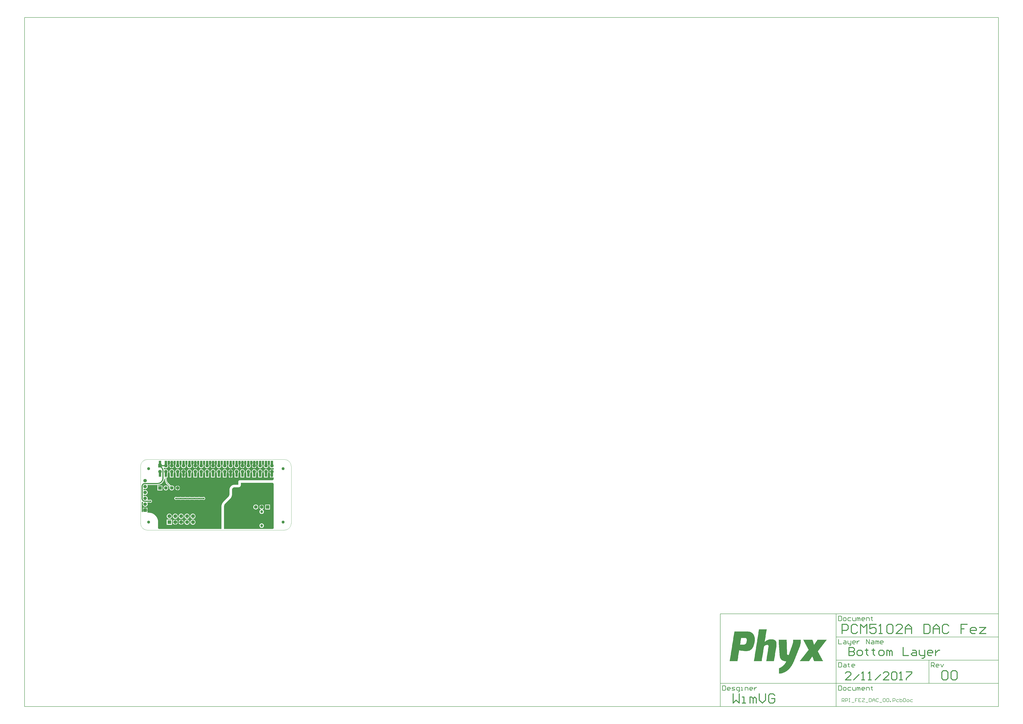
<source format=gbl>
G04 Layer_Physical_Order=2*
G04 Layer_Color=40191*
%FSLAX25Y25*%
%MOIN*%
G70*
G01*
G75*
%ADD10C,0.00787*%
%ADD13C,0.01968*%
%ADD21C,0.01575*%
%ADD22C,0.00394*%
%ADD23C,0.00984*%
%ADD24R,0.05905X0.05905*%
%ADD25C,0.05905*%
%ADD26C,0.04724*%
%ADD27R,0.06496X0.06496*%
%ADD28C,0.06496*%
%ADD29R,0.05905X0.05905*%
%ADD30C,0.05118*%
%ADD31C,0.02756*%
%ADD32R,0.03937X0.07087*%
G36*
X219803Y112015D02*
X219343Y111416D01*
X218926Y110410D01*
X218784Y109331D01*
X218926Y108252D01*
X219343Y107246D01*
X220005Y106382D01*
X220869Y105720D01*
X221874Y105303D01*
X222954Y105161D01*
X224033Y105303D01*
X225029Y105716D01*
X225961Y105253D01*
X226132Y104331D01*
D01*
X226139Y103271D01*
Y103209D01*
X225076Y102685D01*
X224947Y102783D01*
X223986Y103182D01*
X223454Y103252D01*
Y99331D01*
X222954D01*
Y98831D01*
X219033D01*
X219103Y98299D01*
X219501Y97337D01*
X219984Y96707D01*
Y94595D01*
X222953D01*
Y94095D01*
X223453D01*
Y89551D01*
X225921D01*
X226139Y88578D01*
Y87677D01*
X226149Y87627D01*
X226059Y86950D01*
X225779Y86273D01*
X225332Y85691D01*
X224751Y85245D01*
X224073Y84964D01*
X223396Y84875D01*
X223346Y84885D01*
X168898D01*
X168646Y84835D01*
X168127Y84767D01*
X167409Y84469D01*
X166792Y83996D01*
X166318Y83379D01*
X166021Y82661D01*
X165953Y82142D01*
X165902Y81890D01*
Y80512D01*
X165922Y80412D01*
X165908Y80299D01*
Y77203D01*
X159061D01*
X158636Y77147D01*
X158209Y77119D01*
X157448Y76968D01*
X157043Y76830D01*
X156629Y76719D01*
X155912Y76422D01*
X155541Y76208D01*
X155157Y76019D01*
X154512Y75588D01*
X154190Y75305D01*
X153850Y75044D01*
X153302Y74496D01*
X153041Y74156D01*
X152759Y73834D01*
X152328Y73189D01*
X152138Y72805D01*
X151924Y72434D01*
X151628Y71718D01*
X151517Y71304D01*
X151379Y70898D01*
X151228Y70138D01*
X151200Y69710D01*
X151144Y69285D01*
Y61336D01*
X151117Y60785D01*
X150881Y59600D01*
X150460Y58584D01*
X149789Y57579D01*
X149418Y57170D01*
X141572Y49325D01*
X140876Y48628D01*
X140615Y48288D01*
X140333Y47966D01*
X139239Y46328D01*
X139049Y45944D01*
X138835Y45573D01*
X138081Y43753D01*
X137970Y43340D01*
X137832Y42934D01*
X137448Y41002D01*
X137420Y40574D01*
X137364Y40150D01*
Y39165D01*
Y2208D01*
X31496D01*
X31430Y2195D01*
X30824Y2315D01*
X30255Y2696D01*
X29874Y3265D01*
X29754Y3871D01*
X29767Y3937D01*
Y13780D01*
X29767Y13780D01*
X29774D01*
X29577Y16282D01*
X28991Y18722D01*
X28030Y21041D01*
X26719Y23181D01*
X25089Y25089D01*
X23181Y26719D01*
X21041Y28030D01*
X18722Y28991D01*
X16282Y29577D01*
X13780Y29774D01*
Y29767D01*
X12751D01*
X11827Y30102D01*
X11827Y30830D01*
Y33555D01*
X7874D01*
X3921D01*
Y31042D01*
X3466Y30755D01*
X2759Y30643D01*
X2285Y30979D01*
X2195Y31430D01*
X2208Y31496D01*
Y47769D01*
X3271Y48271D01*
X3460Y48116D01*
X4202Y47719D01*
X4512Y46692D01*
X4488Y46433D01*
X4263Y46140D01*
X3847Y45134D01*
X3704Y44055D01*
X3847Y42976D01*
X4263Y41970D01*
X4926Y41107D01*
X5789Y40444D01*
X6795Y40028D01*
X7874Y39886D01*
X8953Y40028D01*
X9959Y40444D01*
X10822Y41107D01*
X11485Y41970D01*
X11902Y42976D01*
X12043Y44055D01*
X11902Y45134D01*
X11567Y45942D01*
X11836Y46589D01*
X12161Y47005D01*
X15603D01*
X15639Y46977D01*
X16261Y46719D01*
X16929Y46632D01*
X17597Y46719D01*
X18220Y46977D01*
X18754Y47387D01*
X19164Y47922D01*
X19422Y48544D01*
X19510Y49213D01*
X19422Y49881D01*
X19164Y50503D01*
X18754Y51038D01*
X18220Y51448D01*
X17597Y51706D01*
X16929Y51794D01*
X16261Y51706D01*
X15639Y51448D01*
X15603Y51420D01*
X12324D01*
X11697Y52483D01*
X11902Y52976D01*
X12043Y54055D01*
X11902Y55134D01*
X11485Y56140D01*
X10822Y57003D01*
X9959Y57666D01*
X8953Y58083D01*
X7874Y58225D01*
X6795Y58083D01*
X6027Y57764D01*
X4964Y58229D01*
Y59881D01*
X6027Y60346D01*
X6795Y60028D01*
X7874Y59886D01*
X8953Y60028D01*
X9959Y60444D01*
X10822Y61107D01*
X11485Y61970D01*
X11902Y62976D01*
X12043Y64055D01*
X11902Y65134D01*
X11485Y66140D01*
X10822Y67003D01*
X9959Y67666D01*
X8953Y68083D01*
X7874Y68225D01*
X6795Y68083D01*
X6027Y67764D01*
X4964Y68229D01*
Y69881D01*
X6027Y70346D01*
X6795Y70028D01*
X7874Y69886D01*
X8953Y70028D01*
X9959Y70444D01*
X10822Y71107D01*
X11485Y71970D01*
X11902Y72976D01*
X12043Y74055D01*
X11902Y75134D01*
X11600Y75863D01*
X12088Y76926D01*
X28134D01*
X28717Y76926D01*
X28817Y75937D01*
X28820Y75896D01*
X28820Y75035D01*
X28820Y67638D01*
X37087D01*
Y75906D01*
X29879D01*
X29833Y75906D01*
X29404Y75946D01*
X29379Y76983D01*
X30563Y77076D01*
X32340Y77503D01*
X34029Y78202D01*
X35588Y79158D01*
X36978Y80345D01*
X38165Y81735D01*
X39121Y83294D01*
X39820Y84983D01*
X40247Y86760D01*
X40284Y87234D01*
X41347Y87192D01*
Y85915D01*
X41342D01*
X41485Y84098D01*
X41910Y82327D01*
X42608Y80643D01*
X43560Y79090D01*
X44743Y77705D01*
X44746Y77708D01*
X49125Y73330D01*
X48926Y72851D01*
X48784Y71772D01*
X48926Y70692D01*
X49343Y69687D01*
X50005Y68823D01*
X50869Y68161D01*
X51874Y67744D01*
X52953Y67602D01*
X54033Y67744D01*
X55038Y68161D01*
X55902Y68823D01*
X56564Y69687D01*
X56981Y70692D01*
X57123Y71772D01*
X56981Y72851D01*
X56564Y73856D01*
X55902Y74720D01*
X55038Y75383D01*
X54033Y75799D01*
X52953Y75941D01*
X51874Y75799D01*
X51395Y75601D01*
X47017Y79979D01*
X46956Y80020D01*
X45955Y81239D01*
X45178Y82694D01*
X44699Y84273D01*
X44544Y85843D01*
X44558Y85915D01*
Y89370D01*
X46102D01*
Y96644D01*
X46564Y97246D01*
X46981Y98252D01*
X47123Y99331D01*
X46981Y100410D01*
X46564Y101416D01*
X45902Y102279D01*
X45038Y102942D01*
X44033Y103358D01*
X42954Y103500D01*
X41874Y103358D01*
X41224Y103089D01*
X40240Y103388D01*
X39962Y103586D01*
X39627Y104691D01*
X39396Y105122D01*
X39911Y106414D01*
X39967Y106432D01*
X40005Y106382D01*
X40869Y105720D01*
X41874Y105303D01*
X42954Y105161D01*
X44033Y105303D01*
X45038Y105720D01*
X45902Y106382D01*
X46564Y107246D01*
X46981Y108252D01*
X47123Y109331D01*
X46981Y110410D01*
X46564Y111416D01*
X46102Y112018D01*
Y117871D01*
X49984D01*
Y115067D01*
X55921D01*
Y117871D01*
X59803D01*
Y112016D01*
X59343Y111416D01*
X58926Y110410D01*
X58784Y109331D01*
X58926Y108252D01*
X59343Y107246D01*
X60005Y106382D01*
X60869Y105720D01*
X61874Y105303D01*
X62954Y105161D01*
X64033Y105303D01*
X65038Y105720D01*
X65902Y106382D01*
X66565Y107246D01*
X66981Y108252D01*
X67123Y109331D01*
X66981Y110410D01*
X66565Y111416D01*
X66102Y112018D01*
Y117871D01*
X69803D01*
Y112016D01*
X69343Y111416D01*
X68926Y110410D01*
X68784Y109331D01*
X68926Y108252D01*
X69343Y107246D01*
X70005Y106382D01*
X70869Y105720D01*
X71874Y105303D01*
X72954Y105161D01*
X74033Y105303D01*
X75038Y105720D01*
X75902Y106382D01*
X76565Y107246D01*
X76981Y108252D01*
X77123Y109331D01*
X76981Y110410D01*
X76565Y111416D01*
X76102Y112018D01*
Y117871D01*
X79803D01*
Y112016D01*
X79343Y111416D01*
X78926Y110410D01*
X78784Y109331D01*
X78926Y108252D01*
X79343Y107246D01*
X80005Y106382D01*
X80869Y105720D01*
X81874Y105303D01*
X82954Y105161D01*
X84033Y105303D01*
X85038Y105720D01*
X85902Y106382D01*
X86564Y107246D01*
X86981Y108252D01*
X87123Y109331D01*
X86981Y110410D01*
X86564Y111416D01*
X86102Y112018D01*
Y117871D01*
X89984D01*
Y115067D01*
X95921D01*
Y117871D01*
X99803D01*
Y112016D01*
X99343Y111416D01*
X98926Y110410D01*
X98784Y109331D01*
X98926Y108252D01*
X99343Y107246D01*
X100005Y106382D01*
X100869Y105720D01*
X101874Y105303D01*
X102954Y105161D01*
X104033Y105303D01*
X105038Y105720D01*
X105902Y106382D01*
X106564Y107246D01*
X106981Y108252D01*
X107123Y109331D01*
X106981Y110410D01*
X106564Y111416D01*
X106102Y112018D01*
Y117871D01*
X109803D01*
Y112016D01*
X109343Y111416D01*
X108926Y110410D01*
X108784Y109331D01*
X108926Y108252D01*
X109343Y107246D01*
X110005Y106382D01*
X110869Y105720D01*
X111874Y105303D01*
X112954Y105161D01*
X114033Y105303D01*
X115038Y105720D01*
X115902Y106382D01*
X116565Y107246D01*
X116981Y108252D01*
X117123Y109331D01*
X116981Y110410D01*
X116565Y111416D01*
X116102Y112018D01*
Y117871D01*
X119984D01*
Y115067D01*
X125921D01*
Y117871D01*
X129803D01*
Y112016D01*
X129343Y111416D01*
X128926Y110410D01*
X128784Y109331D01*
X128926Y108252D01*
X129343Y107246D01*
X130005Y106382D01*
X130869Y105720D01*
X131874Y105303D01*
X132954Y105161D01*
X134033Y105303D01*
X135038Y105720D01*
X135902Y106382D01*
X136565Y107246D01*
X136981Y108252D01*
X137123Y109331D01*
X136981Y110410D01*
X136565Y111416D01*
X136102Y112018D01*
Y117871D01*
X139803D01*
Y112016D01*
X139343Y111416D01*
X138926Y110410D01*
X138784Y109331D01*
X138926Y108252D01*
X139343Y107246D01*
X140005Y106382D01*
X140869Y105720D01*
X141874Y105303D01*
X142954Y105161D01*
X144033Y105303D01*
X145038Y105720D01*
X145902Y106382D01*
X146564Y107246D01*
X146981Y108252D01*
X147123Y109331D01*
X146981Y110410D01*
X146564Y111416D01*
X146102Y112018D01*
Y117871D01*
X149803D01*
Y112016D01*
X149343Y111416D01*
X148926Y110410D01*
X148784Y109331D01*
X148926Y108252D01*
X149343Y107246D01*
X150005Y106382D01*
X150869Y105720D01*
X151874Y105303D01*
X152954Y105161D01*
X154033Y105303D01*
X155038Y105720D01*
X155902Y106382D01*
X156564Y107246D01*
X156981Y108252D01*
X157123Y109331D01*
X156981Y110410D01*
X156564Y111416D01*
X156102Y112018D01*
Y117871D01*
X159803D01*
Y112016D01*
X159343Y111416D01*
X158926Y110410D01*
X158784Y109331D01*
X158926Y108252D01*
X159343Y107246D01*
X160005Y106382D01*
X160869Y105720D01*
X161874Y105303D01*
X162954Y105161D01*
X164033Y105303D01*
X165038Y105720D01*
X165902Y106382D01*
X166565Y107246D01*
X166981Y108252D01*
X167123Y109331D01*
X166981Y110410D01*
X166565Y111416D01*
X166102Y112018D01*
Y117871D01*
X169984D01*
Y115067D01*
X175921D01*
Y117871D01*
X179803D01*
Y112016D01*
X179343Y111416D01*
X178926Y110410D01*
X178784Y109331D01*
X178926Y108252D01*
X179343Y107246D01*
X180005Y106382D01*
X180869Y105720D01*
X181875Y105303D01*
X182954Y105161D01*
X184033Y105303D01*
X185038Y105720D01*
X185902Y106382D01*
X186565Y107246D01*
X186981Y108252D01*
X187123Y109331D01*
X186981Y110410D01*
X186565Y111416D01*
X186102Y112018D01*
Y117871D01*
X189984D01*
Y115067D01*
X195921D01*
Y117871D01*
X199803D01*
Y112016D01*
X199343Y111416D01*
X198926Y110410D01*
X198784Y109331D01*
X198926Y108252D01*
X199343Y107246D01*
X200005Y106382D01*
X200869Y105720D01*
X201874Y105303D01*
X202954Y105161D01*
X204033Y105303D01*
X205038Y105720D01*
X205902Y106382D01*
X206564Y107246D01*
X206981Y108252D01*
X207123Y109331D01*
X206981Y110410D01*
X206564Y111416D01*
X206102Y112018D01*
Y117871D01*
X209803D01*
Y112016D01*
X209343Y111416D01*
X208926Y110410D01*
X208784Y109331D01*
X208926Y108252D01*
X209343Y107246D01*
X210005Y106382D01*
X210869Y105720D01*
X211875Y105303D01*
X212954Y105161D01*
X214033Y105303D01*
X215038Y105720D01*
X215902Y106382D01*
X216564Y107246D01*
X216981Y108252D01*
X217123Y109331D01*
X216981Y110410D01*
X216564Y111416D01*
X216102Y112018D01*
Y117871D01*
X219803D01*
Y112015D01*
D02*
G37*
G36*
X224073Y80390D02*
X224751Y80110D01*
X225332Y79663D01*
X225779Y79081D01*
X226059Y78404D01*
X226149Y77727D01*
X226139Y77677D01*
Y31496D01*
X226139Y31496D01*
X226139D01*
Y13867D01*
X226132Y13780D01*
X226139D01*
X226139Y13780D01*
Y3937D01*
X226152Y3871D01*
X226031Y3265D01*
X225651Y2696D01*
X225081Y2315D01*
X224475Y2195D01*
X224410Y2208D01*
X141732D01*
Y39165D01*
Y40150D01*
X142117Y42082D01*
X142870Y43902D01*
X143965Y45540D01*
X144661Y46236D01*
X152583Y54158D01*
X152583D01*
X152583Y54158D01*
X153242Y54885D01*
X154331Y56515D01*
X155081Y58326D01*
X155464Y60249D01*
X155512Y61229D01*
Y69285D01*
X155663Y70046D01*
X155960Y70762D01*
X156391Y71407D01*
X156939Y71956D01*
X157584Y72387D01*
X158300Y72683D01*
X159061Y72835D01*
X166339D01*
X166725Y72854D01*
X167481Y73004D01*
X168194Y73299D01*
X168836Y73728D01*
X169382Y74274D01*
X169811Y74916D01*
X170106Y75629D01*
X170257Y76386D01*
X170276Y76772D01*
Y80299D01*
X170310Y80469D01*
X223346D01*
X223396Y80479D01*
X224073Y80390D01*
D02*
G37*
G36*
X1165172Y-186079D02*
X1164886D01*
Y-186365D01*
X1164599D01*
Y-186652D01*
Y-186938D01*
X1164313D01*
Y-187224D01*
X1164027D01*
Y-187511D01*
X1163740D01*
Y-187797D01*
Y-188083D01*
X1163454D01*
Y-188370D01*
X1163168D01*
Y-188656D01*
X1162881D01*
Y-188942D01*
X1162595D01*
Y-189229D01*
Y-189515D01*
X1162309D01*
Y-189801D01*
X1162022D01*
Y-190088D01*
X1161736D01*
Y-190374D01*
Y-190660D01*
X1161450D01*
Y-190946D01*
X1161163D01*
Y-191233D01*
X1160877D01*
Y-191519D01*
X1160591D01*
Y-191806D01*
Y-192092D01*
X1160305D01*
Y-192378D01*
X1160018D01*
Y-192664D01*
X1159732D01*
Y-192951D01*
Y-193237D01*
X1159445D01*
Y-193523D01*
X1159159D01*
Y-193810D01*
X1158873D01*
Y-194096D01*
Y-194382D01*
X1158587D01*
Y-194669D01*
X1158300D01*
Y-194955D01*
X1158014D01*
Y-195241D01*
X1157728D01*
Y-195528D01*
Y-195814D01*
X1157441D01*
Y-196100D01*
X1157155D01*
Y-196387D01*
X1156869D01*
Y-196673D01*
Y-196959D01*
X1156582D01*
Y-197245D01*
X1156296D01*
Y-197532D01*
X1156010D01*
Y-197818D01*
Y-198104D01*
X1155723D01*
Y-198391D01*
X1155437D01*
Y-198677D01*
X1155151D01*
Y-198963D01*
X1154865D01*
Y-199250D01*
Y-199536D01*
X1154578D01*
Y-199822D01*
X1154292D01*
Y-200109D01*
X1154006D01*
Y-200395D01*
Y-200681D01*
X1153719D01*
Y-200968D01*
X1153433D01*
Y-201254D01*
X1153147D01*
Y-201540D01*
Y-201826D01*
X1152860D01*
Y-202113D01*
X1152574D01*
Y-202399D01*
X1152288D01*
Y-202685D01*
X1152001D01*
Y-202972D01*
Y-203258D01*
X1151715D01*
Y-203544D01*
X1151429D01*
Y-203831D01*
X1151142D01*
Y-204117D01*
Y-204403D01*
X1150856D01*
Y-204690D01*
X1150570D01*
Y-204976D01*
X1150284D01*
Y-205262D01*
X1149997D01*
Y-205549D01*
Y-205835D01*
X1150284D01*
Y-206121D01*
Y-206407D01*
X1150570D01*
Y-206694D01*
Y-206980D01*
X1150856D01*
Y-207266D01*
X1151142D01*
Y-207553D01*
Y-207839D01*
X1151429D01*
Y-208125D01*
Y-208412D01*
X1151715D01*
Y-208698D01*
Y-208984D01*
X1152001D01*
Y-209271D01*
Y-209557D01*
X1152288D01*
Y-209843D01*
Y-210129D01*
X1152574D01*
Y-210416D01*
Y-210702D01*
X1152860D01*
Y-210988D01*
Y-211275D01*
X1153147D01*
Y-211561D01*
Y-211847D01*
X1153433D01*
Y-212134D01*
X1153719D01*
Y-212420D01*
Y-212706D01*
X1154006D01*
Y-212993D01*
Y-213279D01*
X1154292D01*
Y-213565D01*
Y-213851D01*
X1154578D01*
Y-214138D01*
Y-214424D01*
X1154865D01*
Y-214710D01*
Y-214997D01*
X1155151D01*
Y-215283D01*
Y-215569D01*
X1155437D01*
Y-215856D01*
Y-216142D01*
X1155723D01*
Y-216428D01*
X1156010D01*
Y-216715D01*
Y-217001D01*
X1156296D01*
Y-217287D01*
Y-217574D01*
X1156582D01*
Y-217860D01*
Y-218146D01*
X1156869D01*
Y-218433D01*
Y-218719D01*
X1157155D01*
Y-219005D01*
Y-219291D01*
X1157441D01*
Y-219578D01*
Y-219864D01*
X1157728D01*
Y-220150D01*
Y-220437D01*
X1158014D01*
Y-220723D01*
X1158300D01*
Y-221009D01*
Y-221296D01*
X1158587D01*
Y-221582D01*
Y-221868D01*
X1158873D01*
Y-222155D01*
X1143698D01*
Y-221868D01*
X1143412D01*
Y-221582D01*
Y-221296D01*
Y-221009D01*
X1143126D01*
Y-220723D01*
Y-220437D01*
Y-220150D01*
X1142839D01*
Y-219864D01*
Y-219578D01*
X1142553D01*
Y-219291D01*
Y-219005D01*
Y-218719D01*
X1142267D01*
Y-218433D01*
Y-218146D01*
Y-217860D01*
X1141980D01*
Y-217574D01*
Y-217287D01*
X1141694D01*
Y-217001D01*
Y-216715D01*
Y-216428D01*
X1141408D01*
Y-216142D01*
Y-215856D01*
Y-215569D01*
X1141121D01*
Y-215283D01*
Y-214997D01*
Y-214710D01*
X1140835D01*
Y-214424D01*
X1140263D01*
Y-214710D01*
Y-214997D01*
X1139976D01*
Y-215283D01*
X1139690D01*
Y-215569D01*
Y-215856D01*
X1139404D01*
Y-216142D01*
X1139117D01*
Y-216428D01*
Y-216715D01*
X1138831D01*
Y-217001D01*
X1138545D01*
Y-217287D01*
Y-217574D01*
X1138258D01*
Y-217860D01*
X1137972D01*
Y-218146D01*
X1137686D01*
Y-218433D01*
Y-218719D01*
X1137399D01*
Y-219005D01*
X1137113D01*
Y-219291D01*
Y-219578D01*
X1136827D01*
Y-219864D01*
X1136541D01*
Y-220150D01*
Y-220437D01*
X1136254D01*
Y-220723D01*
X1135968D01*
Y-221009D01*
Y-221296D01*
X1135682D01*
Y-221582D01*
X1135395D01*
Y-221868D01*
Y-222155D01*
X1119362D01*
Y-221868D01*
X1119648D01*
Y-221582D01*
X1119934D01*
Y-221296D01*
X1120221D01*
Y-221009D01*
X1120507D01*
Y-220723D01*
Y-220437D01*
X1120793D01*
Y-220150D01*
X1121080D01*
Y-219864D01*
X1121366D01*
Y-219578D01*
X1121652D01*
Y-219291D01*
Y-219005D01*
X1121939D01*
Y-218719D01*
X1122225D01*
Y-218433D01*
X1122511D01*
Y-218146D01*
Y-217860D01*
X1122797D01*
Y-217574D01*
X1123084D01*
Y-217287D01*
X1123370D01*
Y-217001D01*
X1123656D01*
Y-216715D01*
Y-216428D01*
X1123943D01*
Y-216142D01*
X1124229D01*
Y-215856D01*
X1124515D01*
Y-215569D01*
X1124802D01*
Y-215283D01*
Y-214997D01*
X1125088D01*
Y-214710D01*
X1125374D01*
Y-214424D01*
X1125661D01*
Y-214138D01*
Y-213851D01*
X1125947D01*
Y-213565D01*
X1126233D01*
Y-213279D01*
X1126519D01*
Y-212993D01*
X1126806D01*
Y-212706D01*
Y-212420D01*
X1127092D01*
Y-212134D01*
X1127378D01*
Y-211847D01*
X1127665D01*
Y-211561D01*
Y-211275D01*
X1127951D01*
Y-210988D01*
X1128237D01*
Y-210702D01*
X1128524D01*
Y-210416D01*
X1128810D01*
Y-210129D01*
Y-209843D01*
X1129096D01*
Y-209557D01*
X1129383D01*
Y-209271D01*
X1129669D01*
Y-208984D01*
Y-208698D01*
X1129955D01*
Y-208412D01*
X1130242D01*
Y-208125D01*
X1130528D01*
Y-207839D01*
X1130814D01*
Y-207553D01*
Y-207266D01*
X1131100D01*
Y-206980D01*
X1131387D01*
Y-206694D01*
X1131673D01*
Y-206407D01*
X1131960D01*
Y-206121D01*
Y-205835D01*
X1132246D01*
Y-205549D01*
X1132532D01*
Y-205262D01*
X1132818D01*
Y-204976D01*
Y-204690D01*
X1133105D01*
Y-204403D01*
X1133391D01*
Y-204117D01*
X1133677D01*
Y-203831D01*
X1133964D01*
Y-203544D01*
Y-203258D01*
X1134250D01*
Y-202972D01*
Y-202685D01*
Y-202399D01*
X1133964D01*
Y-202113D01*
X1133677D01*
Y-201826D01*
Y-201540D01*
X1133391D01*
Y-201254D01*
Y-200968D01*
X1133105D01*
Y-200681D01*
Y-200395D01*
X1132818D01*
Y-200109D01*
Y-199822D01*
X1132532D01*
Y-199536D01*
Y-199250D01*
X1132246D01*
Y-198963D01*
Y-198677D01*
X1131960D01*
Y-198391D01*
X1131673D01*
Y-198104D01*
Y-197818D01*
X1131387D01*
Y-197532D01*
Y-197245D01*
X1131100D01*
Y-196959D01*
Y-196673D01*
X1130814D01*
Y-196387D01*
Y-196100D01*
X1130528D01*
Y-195814D01*
Y-195528D01*
X1130242D01*
Y-195241D01*
Y-194955D01*
X1129955D01*
Y-194669D01*
X1129669D01*
Y-194382D01*
Y-194096D01*
X1129383D01*
Y-193810D01*
Y-193523D01*
X1129096D01*
Y-193237D01*
Y-192951D01*
X1128810D01*
Y-192664D01*
Y-192378D01*
X1128524D01*
Y-192092D01*
Y-191806D01*
X1128237D01*
Y-191519D01*
Y-191233D01*
X1127951D01*
Y-190946D01*
Y-190660D01*
X1127665D01*
Y-190374D01*
X1127378D01*
Y-190088D01*
Y-189801D01*
X1127092D01*
Y-189515D01*
Y-189229D01*
X1126806D01*
Y-188942D01*
Y-188656D01*
X1126519D01*
Y-188370D01*
Y-188083D01*
X1126233D01*
Y-187797D01*
Y-187511D01*
X1125947D01*
Y-187224D01*
Y-186938D01*
X1125661D01*
Y-186652D01*
X1125374D01*
Y-186365D01*
Y-186079D01*
X1125088D01*
Y-185793D01*
X1140835D01*
Y-186079D01*
X1141121D01*
Y-186365D01*
Y-186652D01*
Y-186938D01*
X1141408D01*
Y-187224D01*
Y-187511D01*
Y-187797D01*
X1141694D01*
Y-188083D01*
Y-188370D01*
Y-188656D01*
X1141980D01*
Y-188942D01*
Y-189229D01*
Y-189515D01*
X1142267D01*
Y-189801D01*
Y-190088D01*
Y-190374D01*
X1142553D01*
Y-190660D01*
Y-190946D01*
Y-191233D01*
X1142839D01*
Y-191519D01*
Y-191806D01*
Y-192092D01*
X1143126D01*
Y-192378D01*
Y-192664D01*
Y-192951D01*
X1143412D01*
Y-193237D01*
Y-193523D01*
Y-193810D01*
Y-194096D01*
X1143985D01*
Y-193810D01*
X1144271D01*
Y-193523D01*
X1144557D01*
Y-193237D01*
Y-192951D01*
X1144844D01*
Y-192664D01*
X1145130D01*
Y-192378D01*
Y-192092D01*
X1145416D01*
Y-191806D01*
X1145702D01*
Y-191519D01*
Y-191233D01*
X1145989D01*
Y-190946D01*
X1146275D01*
Y-190660D01*
Y-190374D01*
X1146561D01*
Y-190088D01*
X1146848D01*
Y-189801D01*
Y-189515D01*
X1147134D01*
Y-189229D01*
X1147420D01*
Y-188942D01*
Y-188656D01*
X1147707D01*
Y-188370D01*
X1147993D01*
Y-188083D01*
Y-187797D01*
X1148279D01*
Y-187511D01*
X1148566D01*
Y-187224D01*
Y-186938D01*
X1148852D01*
Y-186652D01*
X1149138D01*
Y-186365D01*
Y-186079D01*
X1149425D01*
Y-185793D01*
X1165172D01*
Y-186079D01*
D02*
G37*
G36*
X1032036Y-172050D02*
X1033754D01*
Y-172336D01*
X1034613D01*
Y-172623D01*
X1035472D01*
Y-172909D01*
X1036331D01*
Y-173195D01*
X1036904D01*
Y-173481D01*
X1037190D01*
Y-173768D01*
X1037763D01*
Y-174054D01*
X1038049D01*
Y-174340D01*
X1038622D01*
Y-174627D01*
X1038908D01*
Y-174913D01*
X1039194D01*
Y-175199D01*
X1039480D01*
Y-175486D01*
X1039767D01*
Y-175772D01*
X1040053D01*
Y-176058D01*
X1040339D01*
Y-176345D01*
Y-176631D01*
X1040626D01*
Y-176917D01*
X1040912D01*
Y-177204D01*
Y-177490D01*
X1041198D01*
Y-177776D01*
X1041485D01*
Y-178062D01*
Y-178349D01*
X1041771D01*
Y-178635D01*
Y-178921D01*
Y-179208D01*
X1042057D01*
Y-179494D01*
Y-179780D01*
Y-180067D01*
X1042344D01*
Y-180353D01*
Y-180639D01*
Y-180926D01*
Y-181212D01*
X1042630D01*
Y-181498D01*
Y-181784D01*
Y-182071D01*
Y-182357D01*
Y-182643D01*
X1042916D01*
Y-182930D01*
Y-183216D01*
Y-183502D01*
Y-183789D01*
Y-184075D01*
Y-184361D01*
Y-184648D01*
Y-184934D01*
Y-185220D01*
Y-185507D01*
Y-185793D01*
Y-186079D01*
Y-186365D01*
Y-186652D01*
Y-186938D01*
Y-187224D01*
Y-187511D01*
Y-187797D01*
Y-188083D01*
Y-188370D01*
X1042630D01*
Y-188656D01*
Y-188942D01*
Y-189229D01*
Y-189515D01*
Y-189801D01*
Y-190088D01*
Y-190374D01*
X1042344D01*
Y-190660D01*
Y-190946D01*
Y-191233D01*
Y-191519D01*
Y-191806D01*
X1042057D01*
Y-192092D01*
Y-192378D01*
Y-192664D01*
Y-192951D01*
Y-193237D01*
X1041771D01*
Y-193523D01*
Y-193810D01*
Y-194096D01*
X1041485D01*
Y-194382D01*
Y-194669D01*
Y-194955D01*
Y-195241D01*
X1041198D01*
Y-195528D01*
Y-195814D01*
Y-196100D01*
X1040912D01*
Y-196387D01*
Y-196673D01*
X1040626D01*
Y-196959D01*
Y-197245D01*
Y-197532D01*
X1040339D01*
Y-197818D01*
Y-198104D01*
X1040053D01*
Y-198391D01*
Y-198677D01*
X1039767D01*
Y-198963D01*
Y-199250D01*
X1039480D01*
Y-199536D01*
X1039194D01*
Y-199822D01*
Y-200109D01*
X1038908D01*
Y-200395D01*
X1038622D01*
Y-200681D01*
X1038335D01*
Y-200968D01*
Y-201254D01*
X1038049D01*
Y-201540D01*
X1037763D01*
Y-201826D01*
X1037476D01*
Y-202113D01*
X1037190D01*
Y-202399D01*
X1036904D01*
Y-202685D01*
X1036331D01*
Y-202972D01*
X1036045D01*
Y-203258D01*
X1035472D01*
Y-203544D01*
X1035186D01*
Y-203831D01*
X1034613D01*
Y-204117D01*
X1033754D01*
Y-204403D01*
X1032895D01*
Y-204690D01*
X1032036D01*
Y-204976D01*
X1030318D01*
Y-205262D01*
X1025165D01*
Y-204976D01*
X1022588D01*
Y-204690D01*
X1020584D01*
Y-204403D01*
X1019152D01*
Y-204117D01*
X1017721D01*
Y-203831D01*
X1016289D01*
Y-204117D01*
Y-204403D01*
Y-204690D01*
Y-204976D01*
Y-205262D01*
Y-205549D01*
Y-205835D01*
X1016003D01*
Y-206121D01*
Y-206407D01*
Y-206694D01*
Y-206980D01*
Y-207266D01*
Y-207553D01*
X1015716D01*
Y-207839D01*
Y-208125D01*
Y-208412D01*
Y-208698D01*
Y-208984D01*
Y-209271D01*
X1015430D01*
Y-209557D01*
Y-209843D01*
Y-210129D01*
Y-210416D01*
Y-210702D01*
Y-210988D01*
Y-211275D01*
X1015144D01*
Y-211561D01*
Y-211847D01*
Y-212134D01*
Y-212420D01*
Y-212706D01*
Y-212993D01*
X1014857D01*
Y-213279D01*
Y-213565D01*
Y-213851D01*
Y-214138D01*
Y-214424D01*
Y-214710D01*
X1014571D01*
Y-214997D01*
Y-215283D01*
Y-215569D01*
Y-215856D01*
Y-216142D01*
Y-216428D01*
Y-216715D01*
X1014285D01*
Y-217001D01*
Y-217287D01*
Y-217574D01*
Y-217860D01*
Y-218146D01*
Y-218433D01*
X1013999D01*
Y-218719D01*
Y-219005D01*
Y-219291D01*
Y-219578D01*
Y-219864D01*
Y-220150D01*
X1013712D01*
Y-220437D01*
Y-220723D01*
Y-221009D01*
Y-221296D01*
Y-221582D01*
Y-221868D01*
Y-222155D01*
X1000256D01*
Y-221868D01*
X1000542D01*
Y-221582D01*
Y-221296D01*
Y-221009D01*
Y-220723D01*
Y-220437D01*
X1000828D01*
Y-220150D01*
Y-219864D01*
Y-219578D01*
Y-219291D01*
Y-219005D01*
Y-218719D01*
Y-218433D01*
X1001114D01*
Y-218146D01*
Y-217860D01*
Y-217574D01*
Y-217287D01*
Y-217001D01*
Y-216715D01*
X1001401D01*
Y-216428D01*
Y-216142D01*
Y-215856D01*
Y-215569D01*
Y-215283D01*
Y-214997D01*
X1001687D01*
Y-214710D01*
Y-214424D01*
Y-214138D01*
Y-213851D01*
Y-213565D01*
Y-213279D01*
Y-212993D01*
X1001974D01*
Y-212706D01*
Y-212420D01*
Y-212134D01*
Y-211847D01*
Y-211561D01*
Y-211275D01*
X1002260D01*
Y-210988D01*
Y-210702D01*
Y-210416D01*
Y-210129D01*
Y-209843D01*
Y-209557D01*
X1002546D01*
Y-209271D01*
Y-208984D01*
Y-208698D01*
Y-208412D01*
Y-208125D01*
Y-207839D01*
X1002832D01*
Y-207553D01*
Y-207266D01*
Y-206980D01*
Y-206694D01*
Y-206407D01*
Y-206121D01*
Y-205835D01*
X1003119D01*
Y-205549D01*
Y-205262D01*
Y-204976D01*
Y-204690D01*
Y-204403D01*
Y-204117D01*
X1003405D01*
Y-203831D01*
Y-203544D01*
Y-203258D01*
Y-202972D01*
Y-202685D01*
Y-202399D01*
X1003691D01*
Y-202113D01*
Y-201826D01*
Y-201540D01*
Y-201254D01*
Y-200968D01*
Y-200681D01*
X1003978D01*
Y-200395D01*
Y-200109D01*
Y-199822D01*
Y-199536D01*
Y-199250D01*
Y-198963D01*
Y-198677D01*
X1004264D01*
Y-198391D01*
Y-198104D01*
Y-197818D01*
Y-197532D01*
Y-197245D01*
Y-196959D01*
X1004550D01*
Y-196673D01*
Y-196387D01*
Y-196100D01*
Y-195814D01*
Y-195528D01*
Y-195241D01*
X1004837D01*
Y-194955D01*
Y-194669D01*
Y-194382D01*
Y-194096D01*
Y-193810D01*
Y-193523D01*
Y-193237D01*
X1005123D01*
Y-192951D01*
Y-192664D01*
Y-192378D01*
Y-192092D01*
Y-191806D01*
Y-191519D01*
X1005409D01*
Y-191233D01*
Y-190946D01*
Y-190660D01*
Y-190374D01*
Y-190088D01*
Y-189801D01*
X1005696D01*
Y-189515D01*
Y-189229D01*
Y-188942D01*
Y-188656D01*
Y-188370D01*
Y-188083D01*
X1005982D01*
Y-187797D01*
Y-187511D01*
Y-187224D01*
Y-186938D01*
Y-186652D01*
Y-186365D01*
Y-186079D01*
X1006268D01*
Y-185793D01*
Y-185507D01*
Y-185220D01*
Y-184934D01*
Y-184648D01*
Y-184361D01*
X1006555D01*
Y-184075D01*
Y-183789D01*
Y-183502D01*
Y-183216D01*
Y-182930D01*
Y-182643D01*
X1006841D01*
Y-182357D01*
Y-182071D01*
Y-181784D01*
Y-181498D01*
Y-181212D01*
Y-180926D01*
Y-180639D01*
X1007127D01*
Y-180353D01*
Y-180067D01*
Y-179780D01*
Y-179494D01*
Y-179208D01*
Y-178921D01*
X1007413D01*
Y-178635D01*
Y-178349D01*
Y-178062D01*
Y-177776D01*
Y-177490D01*
Y-177204D01*
X1007700D01*
Y-176917D01*
Y-176631D01*
Y-176345D01*
Y-176058D01*
Y-175772D01*
Y-175486D01*
Y-175199D01*
X1007986D01*
Y-174913D01*
Y-174627D01*
Y-174340D01*
Y-174054D01*
Y-173768D01*
Y-173481D01*
X1008272D01*
Y-173195D01*
Y-172909D01*
Y-172623D01*
Y-172336D01*
Y-172050D01*
Y-171764D01*
X1032036D01*
Y-172050D01*
D02*
G37*
G36*
X1121080Y-186079D02*
Y-186365D01*
Y-186652D01*
Y-186938D01*
Y-187224D01*
Y-187511D01*
Y-187797D01*
Y-188083D01*
Y-188370D01*
Y-188656D01*
Y-188942D01*
Y-189229D01*
Y-189515D01*
Y-189801D01*
Y-190088D01*
Y-190374D01*
Y-190660D01*
Y-190946D01*
Y-191233D01*
Y-191519D01*
Y-191806D01*
X1120793D01*
Y-192092D01*
Y-192378D01*
Y-192664D01*
Y-192951D01*
Y-193237D01*
X1120507D01*
Y-193523D01*
Y-193810D01*
Y-194096D01*
Y-194382D01*
X1120221D01*
Y-194669D01*
Y-194955D01*
Y-195241D01*
Y-195528D01*
X1119934D01*
Y-195814D01*
Y-196100D01*
Y-196387D01*
X1119648D01*
Y-196673D01*
Y-196959D01*
Y-197245D01*
X1119362D01*
Y-197532D01*
Y-197818D01*
Y-198104D01*
X1119075D01*
Y-198391D01*
Y-198677D01*
Y-198963D01*
X1118789D01*
Y-199250D01*
Y-199536D01*
X1118503D01*
Y-199822D01*
Y-200109D01*
X1118217D01*
Y-200395D01*
Y-200681D01*
Y-200968D01*
X1117930D01*
Y-201254D01*
Y-201540D01*
X1117644D01*
Y-201826D01*
Y-202113D01*
Y-202399D01*
X1117358D01*
Y-202685D01*
Y-202972D01*
X1117071D01*
Y-203258D01*
Y-203544D01*
Y-203831D01*
X1116785D01*
Y-204117D01*
Y-204403D01*
X1116499D01*
Y-204690D01*
Y-204976D01*
Y-205262D01*
X1116212D01*
Y-205549D01*
Y-205835D01*
X1115926D01*
Y-206121D01*
Y-206407D01*
Y-206694D01*
X1115640D01*
Y-206980D01*
Y-207266D01*
X1115353D01*
Y-207553D01*
Y-207839D01*
Y-208125D01*
X1115067D01*
Y-208412D01*
Y-208698D01*
X1114781D01*
Y-208984D01*
Y-209271D01*
Y-209557D01*
X1114494D01*
Y-209843D01*
Y-210129D01*
X1114208D01*
Y-210416D01*
Y-210702D01*
Y-210988D01*
X1113922D01*
Y-211275D01*
Y-211561D01*
X1113636D01*
Y-211847D01*
Y-212134D01*
Y-212420D01*
X1113349D01*
Y-212706D01*
Y-212993D01*
X1113063D01*
Y-213279D01*
Y-213565D01*
Y-213851D01*
X1112776D01*
Y-214138D01*
Y-214424D01*
X1112490D01*
Y-214710D01*
Y-214997D01*
Y-215283D01*
X1112204D01*
Y-215569D01*
Y-215856D01*
X1111918D01*
Y-216142D01*
Y-216428D01*
Y-216715D01*
X1111631D01*
Y-217001D01*
Y-217287D01*
X1111345D01*
Y-217574D01*
Y-217860D01*
Y-218146D01*
X1111059D01*
Y-218433D01*
Y-218719D01*
X1110772D01*
Y-219005D01*
Y-219291D01*
Y-219578D01*
X1110486D01*
Y-219864D01*
Y-220150D01*
X1110200D01*
Y-220437D01*
Y-220723D01*
Y-221009D01*
X1109913D01*
Y-221296D01*
Y-221582D01*
X1109627D01*
Y-221868D01*
Y-222155D01*
Y-222441D01*
X1109341D01*
Y-222727D01*
Y-223014D01*
X1109054D01*
Y-223300D01*
Y-223586D01*
X1108768D01*
Y-223872D01*
Y-224159D01*
X1108482D01*
Y-224445D01*
Y-224731D01*
Y-225018D01*
X1108195D01*
Y-225304D01*
X1107909D01*
Y-225590D01*
Y-225877D01*
Y-226163D01*
X1107623D01*
Y-226449D01*
X1107337D01*
Y-226736D01*
Y-227022D01*
X1107050D01*
Y-227308D01*
Y-227595D01*
X1106764D01*
Y-227881D01*
Y-228167D01*
X1106478D01*
Y-228453D01*
Y-228740D01*
X1106191D01*
Y-229026D01*
X1105905D01*
Y-229312D01*
Y-229599D01*
X1105619D01*
Y-229885D01*
Y-230171D01*
X1105332D01*
Y-230458D01*
X1105046D01*
Y-230744D01*
X1104760D01*
Y-231030D01*
Y-231317D01*
X1104473D01*
Y-231603D01*
X1104187D01*
Y-231889D01*
Y-232176D01*
X1103901D01*
Y-232462D01*
X1103615D01*
Y-232748D01*
X1103328D01*
Y-233034D01*
Y-233321D01*
X1103042D01*
Y-233607D01*
X1102756D01*
Y-233893D01*
X1102469D01*
Y-234180D01*
X1102183D01*
Y-234466D01*
X1101897D01*
Y-234752D01*
Y-235039D01*
X1101610D01*
Y-235325D01*
X1101324D01*
Y-235611D01*
X1101038D01*
Y-235898D01*
X1100751D01*
Y-236184D01*
X1100465D01*
Y-236470D01*
X1100179D01*
Y-236757D01*
X1099892D01*
Y-237043D01*
X1099320D01*
Y-237329D01*
X1099034D01*
Y-237615D01*
X1098747D01*
Y-237902D01*
X1098461D01*
Y-238188D01*
X1098175D01*
Y-238474D01*
X1097602D01*
Y-238761D01*
X1097316D01*
Y-239047D01*
X1096743D01*
Y-239333D01*
X1096457D01*
Y-239620D01*
X1095884D01*
Y-239906D01*
X1095598D01*
Y-240192D01*
X1095025D01*
Y-240479D01*
X1094452D01*
Y-240765D01*
X1093880D01*
Y-241051D01*
X1093307D01*
Y-241338D01*
X1092735D01*
Y-241624D01*
X1091876D01*
Y-241910D01*
X1091303D01*
Y-242196D01*
X1090444D01*
Y-242483D01*
X1089299D01*
Y-242769D01*
X1088154D01*
Y-243056D01*
X1086436D01*
Y-243342D01*
X1084432D01*
Y-243628D01*
X1084145D01*
Y-243342D01*
Y-243056D01*
Y-242769D01*
Y-242483D01*
Y-242196D01*
Y-241910D01*
Y-241624D01*
Y-241338D01*
Y-241051D01*
Y-240765D01*
Y-240479D01*
Y-240192D01*
Y-239906D01*
Y-239620D01*
Y-239333D01*
Y-239047D01*
Y-238761D01*
Y-238474D01*
Y-238188D01*
Y-237902D01*
Y-237615D01*
Y-237329D01*
Y-237043D01*
Y-236757D01*
Y-236470D01*
Y-236184D01*
Y-235898D01*
Y-235611D01*
Y-235325D01*
Y-235039D01*
Y-234752D01*
Y-234466D01*
Y-234180D01*
X1084718D01*
Y-233893D01*
X1085291D01*
Y-233607D01*
X1085863D01*
Y-233321D01*
X1086436D01*
Y-233034D01*
X1087008D01*
Y-232748D01*
X1087581D01*
Y-232462D01*
X1087867D01*
Y-232176D01*
X1088440D01*
Y-231889D01*
X1088726D01*
Y-231603D01*
X1089299D01*
Y-231317D01*
X1089585D01*
Y-231030D01*
X1089872D01*
Y-230744D01*
X1090444D01*
Y-230458D01*
X1090730D01*
Y-230171D01*
X1091017D01*
Y-229885D01*
X1091303D01*
Y-229599D01*
X1091589D01*
Y-229312D01*
X1091876D01*
Y-229026D01*
X1092162D01*
Y-228740D01*
X1092448D01*
Y-228453D01*
X1092735D01*
Y-228167D01*
X1093021D01*
Y-227881D01*
X1093307D01*
Y-227595D01*
X1093594D01*
Y-227308D01*
Y-227022D01*
X1093880D01*
Y-226736D01*
X1094166D01*
Y-226449D01*
X1094452D01*
Y-226163D01*
Y-225877D01*
X1094739D01*
Y-225590D01*
X1095025D01*
Y-225304D01*
Y-225018D01*
X1095311D01*
Y-224731D01*
Y-224445D01*
X1095598D01*
Y-224159D01*
X1095884D01*
Y-223872D01*
Y-223586D01*
X1096170D01*
Y-223300D01*
Y-223014D01*
X1096457D01*
Y-222727D01*
Y-222441D01*
X1094739D01*
Y-222155D01*
X1092735D01*
Y-221868D01*
X1091589D01*
Y-221582D01*
X1091017D01*
Y-221296D01*
X1090158D01*
Y-221009D01*
X1089585D01*
Y-220723D01*
X1089299D01*
Y-220437D01*
X1088726D01*
Y-220150D01*
X1088440D01*
Y-219864D01*
X1088154D01*
Y-219578D01*
X1087867D01*
Y-219291D01*
X1087581D01*
Y-219005D01*
X1087295D01*
Y-218719D01*
Y-218433D01*
X1087008D01*
Y-218146D01*
X1086722D01*
Y-217860D01*
Y-217574D01*
X1086436D01*
Y-217287D01*
Y-217001D01*
X1086149D01*
Y-216715D01*
Y-216428D01*
X1085863D01*
Y-216142D01*
Y-215856D01*
Y-215569D01*
X1085577D01*
Y-215283D01*
Y-214997D01*
Y-214710D01*
Y-214424D01*
X1085291D01*
Y-214138D01*
Y-213851D01*
Y-213565D01*
Y-213279D01*
Y-212993D01*
Y-212706D01*
Y-212420D01*
X1085004D01*
Y-212134D01*
Y-211847D01*
Y-211561D01*
Y-211275D01*
Y-210988D01*
Y-210702D01*
Y-210416D01*
Y-210129D01*
Y-209843D01*
Y-209557D01*
Y-209271D01*
Y-208984D01*
Y-208698D01*
Y-208412D01*
Y-208125D01*
X1084718D01*
Y-207839D01*
Y-207553D01*
Y-207266D01*
Y-206980D01*
Y-206694D01*
Y-206407D01*
Y-206121D01*
Y-205835D01*
Y-205549D01*
Y-205262D01*
Y-204976D01*
Y-204690D01*
Y-204403D01*
Y-204117D01*
Y-203831D01*
X1084432D01*
Y-203544D01*
Y-203258D01*
Y-202972D01*
Y-202685D01*
Y-202399D01*
Y-202113D01*
Y-201826D01*
Y-201540D01*
Y-201254D01*
Y-200968D01*
Y-200681D01*
Y-200395D01*
Y-200109D01*
Y-199822D01*
Y-199536D01*
Y-199250D01*
X1084145D01*
Y-198963D01*
Y-198677D01*
Y-198391D01*
Y-198104D01*
Y-197818D01*
Y-197532D01*
Y-197245D01*
Y-196959D01*
Y-196673D01*
Y-196387D01*
Y-196100D01*
Y-195814D01*
Y-195528D01*
Y-195241D01*
Y-194955D01*
Y-194669D01*
X1083859D01*
Y-194382D01*
Y-194096D01*
Y-193810D01*
Y-193523D01*
Y-193237D01*
Y-192951D01*
Y-192664D01*
Y-192378D01*
Y-192092D01*
Y-191806D01*
Y-191519D01*
Y-191233D01*
Y-190946D01*
Y-190660D01*
X1083573D01*
Y-190374D01*
Y-190088D01*
Y-189801D01*
Y-189515D01*
Y-189229D01*
Y-188942D01*
Y-188656D01*
Y-188370D01*
Y-188083D01*
Y-187797D01*
Y-187511D01*
Y-187224D01*
Y-186938D01*
Y-186652D01*
Y-186365D01*
Y-186079D01*
X1083286D01*
Y-185793D01*
X1097029D01*
Y-186079D01*
Y-186365D01*
Y-186652D01*
Y-186938D01*
Y-187224D01*
Y-187511D01*
Y-187797D01*
Y-188083D01*
Y-188370D01*
Y-188656D01*
Y-188942D01*
Y-189229D01*
Y-189515D01*
Y-189801D01*
X1097316D01*
Y-190088D01*
Y-190374D01*
Y-190660D01*
Y-190946D01*
Y-191233D01*
Y-191519D01*
Y-191806D01*
Y-192092D01*
Y-192378D01*
Y-192664D01*
Y-192951D01*
Y-193237D01*
Y-193523D01*
Y-193810D01*
Y-194096D01*
Y-194382D01*
Y-194669D01*
Y-194955D01*
Y-195241D01*
Y-195528D01*
Y-195814D01*
Y-196100D01*
Y-196387D01*
Y-196673D01*
Y-196959D01*
Y-197245D01*
Y-197532D01*
Y-197818D01*
Y-198104D01*
Y-198391D01*
Y-198677D01*
Y-198963D01*
Y-199250D01*
Y-199536D01*
Y-199822D01*
Y-200109D01*
Y-200395D01*
Y-200681D01*
Y-200968D01*
Y-201254D01*
Y-201540D01*
X1097602D01*
Y-201826D01*
X1097316D01*
Y-202113D01*
Y-202399D01*
X1097602D01*
Y-202685D01*
Y-202972D01*
Y-203258D01*
Y-203544D01*
Y-203831D01*
Y-204117D01*
Y-204403D01*
Y-204690D01*
Y-204976D01*
Y-205262D01*
Y-205549D01*
Y-205835D01*
Y-206121D01*
Y-206407D01*
Y-206694D01*
Y-206980D01*
Y-207266D01*
Y-207553D01*
Y-207839D01*
Y-208125D01*
Y-208412D01*
Y-208698D01*
Y-208984D01*
Y-209271D01*
Y-209557D01*
Y-209843D01*
X1097888D01*
Y-210129D01*
Y-210416D01*
Y-210702D01*
X1098175D01*
Y-210988D01*
X1098461D01*
Y-211275D01*
X1098747D01*
Y-211561D01*
X1099606D01*
Y-211847D01*
X1100465D01*
Y-211561D01*
X1100751D01*
Y-211275D01*
Y-210988D01*
Y-210702D01*
X1101038D01*
Y-210416D01*
Y-210129D01*
X1101324D01*
Y-209843D01*
Y-209557D01*
Y-209271D01*
X1101610D01*
Y-208984D01*
Y-208698D01*
Y-208412D01*
X1101897D01*
Y-208125D01*
Y-207839D01*
Y-207553D01*
X1102183D01*
Y-207266D01*
Y-206980D01*
Y-206694D01*
X1102469D01*
Y-206407D01*
Y-206121D01*
X1102756D01*
Y-205835D01*
Y-205549D01*
Y-205262D01*
X1103042D01*
Y-204976D01*
Y-204690D01*
Y-204403D01*
X1103328D01*
Y-204117D01*
Y-203831D01*
Y-203544D01*
X1103615D01*
Y-203258D01*
Y-202972D01*
X1103901D01*
Y-202685D01*
Y-202399D01*
Y-202113D01*
X1104187D01*
Y-201826D01*
Y-201540D01*
Y-201254D01*
X1104473D01*
Y-200968D01*
Y-200681D01*
Y-200395D01*
X1104760D01*
Y-200109D01*
Y-199822D01*
X1105046D01*
Y-199536D01*
Y-199250D01*
Y-198963D01*
X1105332D01*
Y-198677D01*
Y-198391D01*
Y-198104D01*
X1105619D01*
Y-197818D01*
Y-197532D01*
Y-197245D01*
X1105905D01*
Y-196959D01*
Y-196673D01*
X1106191D01*
Y-196387D01*
Y-196100D01*
Y-195814D01*
X1106478D01*
Y-195528D01*
Y-195241D01*
Y-194955D01*
X1106764D01*
Y-194669D01*
Y-194382D01*
Y-194096D01*
X1107050D01*
Y-193810D01*
Y-193523D01*
Y-193237D01*
Y-192951D01*
X1107337D01*
Y-192664D01*
Y-192378D01*
Y-192092D01*
Y-191806D01*
X1107623D01*
Y-191519D01*
Y-191233D01*
Y-190946D01*
Y-190660D01*
Y-190374D01*
X1107909D01*
Y-190088D01*
Y-189801D01*
Y-189515D01*
Y-189229D01*
Y-188942D01*
Y-188656D01*
X1108195D01*
Y-188370D01*
Y-188083D01*
Y-187797D01*
Y-187511D01*
Y-187224D01*
Y-186938D01*
Y-186652D01*
Y-186365D01*
Y-186079D01*
Y-185793D01*
X1121080D01*
Y-186079D01*
D02*
G37*
G36*
X1063244Y-168614D02*
Y-168900D01*
X1062958D01*
Y-169187D01*
Y-169473D01*
Y-169759D01*
Y-170046D01*
Y-170332D01*
Y-170618D01*
X1062672D01*
Y-170905D01*
Y-171191D01*
Y-171477D01*
Y-171764D01*
Y-172050D01*
Y-172336D01*
X1062385D01*
Y-172623D01*
Y-172909D01*
Y-173195D01*
Y-173481D01*
Y-173768D01*
Y-174054D01*
Y-174340D01*
X1062099D01*
Y-174627D01*
Y-174913D01*
Y-175199D01*
Y-175486D01*
Y-175772D01*
Y-176058D01*
X1061813D01*
Y-176345D01*
Y-176631D01*
Y-176917D01*
Y-177204D01*
Y-177490D01*
Y-177776D01*
X1061526D01*
Y-178062D01*
Y-178349D01*
Y-178635D01*
Y-178921D01*
Y-179208D01*
Y-179494D01*
Y-179780D01*
X1061240D01*
Y-180067D01*
Y-180353D01*
Y-180639D01*
Y-180926D01*
Y-181212D01*
Y-181498D01*
X1060954D01*
Y-181784D01*
Y-182071D01*
Y-182357D01*
Y-182643D01*
Y-182930D01*
Y-183216D01*
X1060668D01*
Y-183502D01*
Y-183789D01*
Y-184075D01*
Y-184361D01*
Y-184648D01*
Y-184934D01*
X1060381D01*
Y-185220D01*
Y-185507D01*
Y-185793D01*
Y-186079D01*
Y-186365D01*
Y-186652D01*
Y-186938D01*
X1060095D01*
Y-187224D01*
Y-187511D01*
Y-187797D01*
Y-188083D01*
Y-188370D01*
Y-188656D01*
X1059809D01*
Y-188942D01*
Y-189229D01*
X1060381D01*
Y-188942D01*
X1060668D01*
Y-188656D01*
X1060954D01*
Y-188370D01*
X1061526D01*
Y-188083D01*
X1061813D01*
Y-187797D01*
X1062099D01*
Y-187511D01*
X1062672D01*
Y-187224D01*
X1063244D01*
Y-186938D01*
X1063531D01*
Y-186652D01*
X1064103D01*
Y-186365D01*
X1064962D01*
Y-186079D01*
X1065535D01*
Y-185793D01*
X1066394D01*
Y-185507D01*
X1067825D01*
Y-185220D01*
X1074124D01*
Y-185507D01*
X1075270D01*
Y-185793D01*
X1076128D01*
Y-186079D01*
X1076701D01*
Y-186365D01*
X1076987D01*
Y-186652D01*
X1077560D01*
Y-186938D01*
X1077846D01*
Y-187224D01*
X1078133D01*
Y-187511D01*
X1078419D01*
Y-187797D01*
X1078705D01*
Y-188083D01*
Y-188370D01*
X1078992D01*
Y-188656D01*
Y-188942D01*
X1079278D01*
Y-189229D01*
Y-189515D01*
Y-189801D01*
X1079564D01*
Y-190088D01*
Y-190374D01*
Y-190660D01*
Y-190946D01*
X1079850D01*
Y-191233D01*
Y-191519D01*
Y-191806D01*
Y-192092D01*
Y-192378D01*
Y-192664D01*
Y-192951D01*
Y-193237D01*
Y-193523D01*
Y-193810D01*
Y-194096D01*
Y-194382D01*
Y-194669D01*
Y-194955D01*
Y-195241D01*
Y-195528D01*
Y-195814D01*
Y-196100D01*
X1079564D01*
Y-196387D01*
Y-196673D01*
Y-196959D01*
Y-197245D01*
Y-197532D01*
Y-197818D01*
Y-198104D01*
X1079278D01*
Y-198391D01*
Y-198677D01*
Y-198963D01*
Y-199250D01*
Y-199536D01*
Y-199822D01*
Y-200109D01*
X1078992D01*
Y-200395D01*
Y-200681D01*
Y-200968D01*
Y-201254D01*
Y-201540D01*
Y-201826D01*
X1078705D01*
Y-202113D01*
Y-202399D01*
Y-202685D01*
Y-202972D01*
Y-203258D01*
Y-203544D01*
X1078419D01*
Y-203831D01*
Y-204117D01*
Y-204403D01*
Y-204690D01*
Y-204976D01*
Y-205262D01*
X1078133D01*
Y-205549D01*
Y-205835D01*
Y-206121D01*
Y-206407D01*
Y-206694D01*
Y-206980D01*
Y-207266D01*
X1077846D01*
Y-207553D01*
Y-207839D01*
Y-208125D01*
Y-208412D01*
Y-208698D01*
Y-208984D01*
X1077560D01*
Y-209271D01*
Y-209557D01*
Y-209843D01*
Y-210129D01*
Y-210416D01*
Y-210702D01*
X1077274D01*
Y-210988D01*
Y-211275D01*
Y-211561D01*
Y-211847D01*
Y-212134D01*
Y-212420D01*
Y-212706D01*
X1076987D01*
Y-212993D01*
Y-213279D01*
Y-213565D01*
Y-213851D01*
Y-214138D01*
Y-214424D01*
X1076701D01*
Y-214710D01*
Y-214997D01*
Y-215283D01*
Y-215569D01*
Y-215856D01*
Y-216142D01*
X1076415D01*
Y-216428D01*
Y-216715D01*
Y-217001D01*
Y-217287D01*
Y-217574D01*
Y-217860D01*
X1076128D01*
Y-218146D01*
Y-218433D01*
Y-218719D01*
Y-219005D01*
Y-219291D01*
Y-219578D01*
Y-219864D01*
X1075842D01*
Y-220150D01*
Y-220437D01*
Y-220723D01*
Y-221009D01*
Y-221296D01*
Y-221582D01*
X1075556D01*
Y-221868D01*
Y-222155D01*
X1062385D01*
Y-221868D01*
Y-221582D01*
X1062672D01*
Y-221296D01*
Y-221009D01*
Y-220723D01*
Y-220437D01*
Y-220150D01*
Y-219864D01*
X1062958D01*
Y-219578D01*
Y-219291D01*
Y-219005D01*
Y-218719D01*
Y-218433D01*
Y-218146D01*
Y-217860D01*
X1063244D01*
Y-217574D01*
Y-217287D01*
Y-217001D01*
Y-216715D01*
Y-216428D01*
Y-216142D01*
X1063531D01*
Y-215856D01*
Y-215569D01*
Y-215283D01*
Y-214997D01*
Y-214710D01*
Y-214424D01*
X1063817D01*
Y-214138D01*
Y-213851D01*
Y-213565D01*
Y-213279D01*
Y-212993D01*
Y-212706D01*
Y-212420D01*
X1064103D01*
Y-212134D01*
Y-211847D01*
Y-211561D01*
Y-211275D01*
Y-210988D01*
Y-210702D01*
X1064390D01*
Y-210416D01*
Y-210129D01*
Y-209843D01*
Y-209557D01*
Y-209271D01*
Y-208984D01*
Y-208698D01*
X1064676D01*
Y-208412D01*
Y-208125D01*
Y-207839D01*
Y-207553D01*
Y-207266D01*
Y-206980D01*
X1064962D01*
Y-206694D01*
Y-206407D01*
Y-206121D01*
Y-205835D01*
Y-205549D01*
Y-205262D01*
X1065249D01*
Y-204976D01*
Y-204690D01*
Y-204403D01*
Y-204117D01*
Y-203831D01*
Y-203544D01*
X1065535D01*
Y-203258D01*
Y-202972D01*
Y-202685D01*
Y-202399D01*
Y-202113D01*
Y-201826D01*
Y-201540D01*
X1065821D01*
Y-201254D01*
Y-200968D01*
Y-200681D01*
Y-200395D01*
Y-200109D01*
Y-199822D01*
X1066107D01*
Y-199536D01*
Y-199250D01*
Y-198963D01*
Y-198677D01*
Y-198391D01*
Y-198104D01*
Y-197818D01*
X1066394D01*
Y-197532D01*
Y-197245D01*
Y-196959D01*
Y-196673D01*
Y-196387D01*
Y-196100D01*
X1066107D01*
Y-195814D01*
Y-195528D01*
X1065821D01*
Y-195241D01*
X1065535D01*
Y-194955D01*
X1064962D01*
Y-194669D01*
X1063244D01*
Y-194955D01*
X1061813D01*
Y-195241D01*
X1060954D01*
Y-195528D01*
X1060381D01*
Y-195814D01*
X1060095D01*
Y-196100D01*
X1059522D01*
Y-196387D01*
X1059236D01*
Y-196673D01*
X1058950D01*
Y-196959D01*
Y-197245D01*
X1058663D01*
Y-197532D01*
Y-197818D01*
Y-198104D01*
X1058377D01*
Y-198391D01*
Y-198677D01*
Y-198963D01*
Y-199250D01*
Y-199536D01*
Y-199822D01*
X1058091D01*
Y-200109D01*
Y-200395D01*
Y-200681D01*
Y-200968D01*
Y-201254D01*
Y-201540D01*
Y-201826D01*
X1057804D01*
Y-202113D01*
Y-202399D01*
Y-202685D01*
Y-202972D01*
Y-203258D01*
Y-203544D01*
X1057518D01*
Y-203831D01*
Y-204117D01*
Y-204403D01*
Y-204690D01*
Y-204976D01*
Y-205262D01*
X1057232D01*
Y-205549D01*
Y-205835D01*
Y-206121D01*
Y-206407D01*
Y-206694D01*
Y-206980D01*
X1056946D01*
Y-207266D01*
Y-207553D01*
Y-207839D01*
Y-208125D01*
Y-208412D01*
Y-208698D01*
Y-208984D01*
X1056659D01*
Y-209271D01*
Y-209557D01*
Y-209843D01*
Y-210129D01*
Y-210416D01*
Y-210702D01*
X1056373D01*
Y-210988D01*
Y-211275D01*
Y-211561D01*
Y-211847D01*
Y-212134D01*
Y-212420D01*
X1056087D01*
Y-212706D01*
Y-212993D01*
Y-213279D01*
Y-213565D01*
Y-213851D01*
Y-214138D01*
Y-214424D01*
X1055800D01*
Y-214710D01*
Y-214997D01*
Y-215283D01*
Y-215569D01*
Y-215856D01*
Y-216142D01*
X1055514D01*
Y-216428D01*
Y-216715D01*
Y-217001D01*
Y-217287D01*
Y-217574D01*
Y-217860D01*
X1055228D01*
Y-218146D01*
Y-218433D01*
Y-218719D01*
Y-219005D01*
Y-219291D01*
Y-219578D01*
X1054941D01*
Y-219864D01*
Y-220150D01*
Y-220437D01*
Y-220723D01*
Y-221009D01*
Y-221296D01*
Y-221582D01*
X1054655D01*
Y-221868D01*
Y-222155D01*
X1041485D01*
Y-221868D01*
Y-221582D01*
X1041771D01*
Y-221296D01*
Y-221009D01*
Y-220723D01*
Y-220437D01*
Y-220150D01*
Y-219864D01*
Y-219578D01*
X1042057D01*
Y-219291D01*
Y-219005D01*
Y-218719D01*
Y-218433D01*
Y-218146D01*
Y-217860D01*
X1042344D01*
Y-217574D01*
Y-217287D01*
Y-217001D01*
Y-216715D01*
Y-216428D01*
Y-216142D01*
X1042630D01*
Y-215856D01*
Y-215569D01*
Y-215283D01*
Y-214997D01*
Y-214710D01*
Y-214424D01*
Y-214138D01*
X1042916D01*
Y-213851D01*
Y-213565D01*
Y-213279D01*
Y-212993D01*
Y-212706D01*
Y-212420D01*
X1043202D01*
Y-212134D01*
Y-211847D01*
Y-211561D01*
Y-211275D01*
Y-210988D01*
Y-210702D01*
X1043489D01*
Y-210416D01*
Y-210129D01*
Y-209843D01*
Y-209557D01*
Y-209271D01*
Y-208984D01*
X1043775D01*
Y-208698D01*
Y-208412D01*
Y-208125D01*
Y-207839D01*
Y-207553D01*
Y-207266D01*
Y-206980D01*
X1044061D01*
Y-206694D01*
Y-206407D01*
Y-206121D01*
Y-205835D01*
Y-205549D01*
Y-205262D01*
X1044348D01*
Y-204976D01*
Y-204690D01*
Y-204403D01*
Y-204117D01*
Y-203831D01*
Y-203544D01*
X1044634D01*
Y-203258D01*
Y-202972D01*
Y-202685D01*
Y-202399D01*
Y-202113D01*
Y-201826D01*
Y-201540D01*
X1044920D01*
Y-201254D01*
Y-200968D01*
Y-200681D01*
Y-200395D01*
Y-200109D01*
Y-199822D01*
X1045207D01*
Y-199536D01*
Y-199250D01*
Y-198963D01*
Y-198677D01*
Y-198391D01*
Y-198104D01*
X1045493D01*
Y-197818D01*
Y-197532D01*
Y-197245D01*
Y-196959D01*
Y-196673D01*
Y-196387D01*
X1045779D01*
Y-196100D01*
Y-195814D01*
Y-195528D01*
Y-195241D01*
Y-194955D01*
Y-194669D01*
Y-194382D01*
X1046066D01*
Y-194096D01*
Y-193810D01*
Y-193523D01*
Y-193237D01*
Y-192951D01*
Y-192664D01*
X1046352D01*
Y-192378D01*
Y-192092D01*
Y-191806D01*
Y-191519D01*
Y-191233D01*
Y-190946D01*
X1046638D01*
Y-190660D01*
Y-190374D01*
Y-190088D01*
Y-189801D01*
Y-189515D01*
Y-189229D01*
X1046925D01*
Y-188942D01*
Y-188656D01*
Y-188370D01*
Y-188083D01*
Y-187797D01*
Y-187511D01*
Y-187224D01*
X1047211D01*
Y-186938D01*
Y-186652D01*
Y-186365D01*
Y-186079D01*
Y-185793D01*
Y-185507D01*
X1047497D01*
Y-185220D01*
Y-184934D01*
Y-184648D01*
Y-184361D01*
Y-184075D01*
Y-183789D01*
X1047783D01*
Y-183502D01*
Y-183216D01*
Y-182930D01*
Y-182643D01*
Y-182357D01*
Y-182071D01*
Y-181784D01*
X1048070D01*
Y-181498D01*
Y-181212D01*
Y-180926D01*
Y-180639D01*
Y-180353D01*
Y-180067D01*
X1048356D01*
Y-179780D01*
Y-179494D01*
Y-179208D01*
Y-178921D01*
Y-178635D01*
Y-178349D01*
X1048642D01*
Y-178062D01*
Y-177776D01*
Y-177490D01*
Y-177204D01*
Y-176917D01*
Y-176631D01*
X1048929D01*
Y-176345D01*
Y-176058D01*
Y-175772D01*
Y-175486D01*
Y-175199D01*
Y-174913D01*
Y-174627D01*
X1049215D01*
Y-174340D01*
Y-174054D01*
Y-173768D01*
Y-173481D01*
Y-173195D01*
Y-172909D01*
X1049501D01*
Y-172623D01*
Y-172336D01*
Y-172050D01*
Y-171764D01*
Y-171477D01*
Y-171191D01*
X1049788D01*
Y-170905D01*
Y-170618D01*
Y-170332D01*
Y-170046D01*
Y-169759D01*
Y-169473D01*
Y-169187D01*
X1050074D01*
Y-168900D01*
Y-168614D01*
Y-168328D01*
X1063244D01*
Y-168614D01*
D02*
G37*
%LPC*%
G36*
X195921Y114067D02*
X189984D01*
Y111954D01*
X189501Y111324D01*
X189103Y110363D01*
X189033Y109831D01*
X196875D01*
X196805Y110363D01*
X196406Y111324D01*
X195921Y111956D01*
Y114067D01*
D02*
G37*
G36*
X175921D02*
X169984D01*
Y111954D01*
X169501Y111324D01*
X169103Y110363D01*
X169033Y109831D01*
X176875D01*
X176805Y110363D01*
X176406Y111324D01*
X175921Y111956D01*
Y114067D01*
D02*
G37*
G36*
X125921D02*
X119984D01*
Y111954D01*
X119501Y111324D01*
X119103Y110363D01*
X119033Y109831D01*
X126875D01*
X126805Y110363D01*
X126406Y111324D01*
X125921Y111956D01*
Y114067D01*
D02*
G37*
G36*
X95921D02*
X89984D01*
Y111954D01*
X89501Y111324D01*
X89103Y110363D01*
X89033Y109831D01*
X96875D01*
X96805Y110363D01*
X96406Y111324D01*
X95921Y111956D01*
Y114067D01*
D02*
G37*
G36*
X55921D02*
X49984D01*
Y111954D01*
X49501Y111324D01*
X49103Y110363D01*
X49033Y109831D01*
X56875D01*
X56805Y110363D01*
X56406Y111324D01*
X55921Y111956D01*
Y114067D01*
D02*
G37*
G36*
X196875Y108831D02*
X193454D01*
Y105410D01*
X193985Y105480D01*
X194947Y105878D01*
X195773Y106512D01*
X196406Y107337D01*
X196805Y108299D01*
X196875Y108831D01*
D02*
G37*
G36*
X192454D02*
X189033D01*
X189103Y108299D01*
X189501Y107337D01*
X190135Y106512D01*
X190960Y105878D01*
X191922Y105480D01*
X192454Y105410D01*
Y108831D01*
D02*
G37*
G36*
X176875D02*
X173454D01*
Y105410D01*
X173986Y105480D01*
X174947Y105878D01*
X175773Y106512D01*
X176406Y107337D01*
X176805Y108299D01*
X176875Y108831D01*
D02*
G37*
G36*
X172454D02*
X169033D01*
X169103Y108299D01*
X169501Y107337D01*
X170134Y106512D01*
X170960Y105878D01*
X171922Y105480D01*
X172454Y105410D01*
Y108831D01*
D02*
G37*
G36*
X126875D02*
X123454D01*
Y105410D01*
X123986Y105480D01*
X124947Y105878D01*
X125773Y106512D01*
X126406Y107337D01*
X126805Y108299D01*
X126875Y108831D01*
D02*
G37*
G36*
X122454D02*
X119033D01*
X119103Y108299D01*
X119501Y107337D01*
X120134Y106512D01*
X120960Y105878D01*
X121922Y105480D01*
X122454Y105410D01*
Y108831D01*
D02*
G37*
G36*
X96875D02*
X93454D01*
Y105410D01*
X93985Y105480D01*
X94947Y105878D01*
X95773Y106512D01*
X96406Y107337D01*
X96805Y108299D01*
X96875Y108831D01*
D02*
G37*
G36*
X92454D02*
X89033D01*
X89103Y108299D01*
X89501Y107337D01*
X90134Y106512D01*
X90960Y105878D01*
X91922Y105480D01*
X92454Y105410D01*
Y108831D01*
D02*
G37*
G36*
X56875D02*
X53453D01*
Y105410D01*
X53985Y105480D01*
X54947Y105878D01*
X55773Y106512D01*
X56406Y107337D01*
X56805Y108299D01*
X56875Y108831D01*
D02*
G37*
G36*
X52454D02*
X49033D01*
X49103Y108299D01*
X49501Y107337D01*
X50134Y106512D01*
X50960Y105878D01*
X51922Y105480D01*
X52454Y105410D01*
Y108831D01*
D02*
G37*
G36*
X222454Y103252D02*
X221922Y103182D01*
X220960Y102783D01*
X220134Y102150D01*
X219501Y101324D01*
X219103Y100363D01*
X219033Y99831D01*
X222454D01*
Y103252D01*
D02*
G37*
G36*
X153454D02*
Y99831D01*
X156875D01*
X156805Y100363D01*
X156406Y101324D01*
X155773Y102150D01*
X154947Y102783D01*
X153986Y103182D01*
X153454Y103252D01*
D02*
G37*
G36*
X152454D02*
X151922Y103182D01*
X150960Y102783D01*
X150134Y102150D01*
X149501Y101324D01*
X149103Y100363D01*
X149033Y99831D01*
X152454D01*
Y103252D01*
D02*
G37*
G36*
X73453D02*
Y99831D01*
X76875D01*
X76805Y100363D01*
X76406Y101324D01*
X75773Y102150D01*
X74947Y102783D01*
X73985Y103182D01*
X73453Y103252D01*
D02*
G37*
G36*
X72453D02*
X71922Y103182D01*
X70960Y102783D01*
X70134Y102150D01*
X69501Y101324D01*
X69103Y100363D01*
X69033Y99831D01*
X72453D01*
Y103252D01*
D02*
G37*
G36*
X156875Y98831D02*
X149033D01*
X149103Y98299D01*
X149501Y97337D01*
X149984Y96707D01*
Y94595D01*
X155921D01*
Y96705D01*
X156406Y97337D01*
X156805Y98299D01*
X156875Y98831D01*
D02*
G37*
G36*
X76875D02*
X69033D01*
X69103Y98299D01*
X69501Y97337D01*
X69984Y96707D01*
Y94595D01*
X75921D01*
Y96705D01*
X76406Y97337D01*
X76805Y98299D01*
X76875Y98831D01*
D02*
G37*
G36*
X155921Y93594D02*
X153453D01*
Y89551D01*
X155921D01*
Y93594D01*
D02*
G37*
G36*
X152453D02*
X149984D01*
Y89551D01*
X152453D01*
Y93594D01*
D02*
G37*
G36*
X75921D02*
X73453D01*
Y89551D01*
X75921D01*
Y93594D01*
D02*
G37*
G36*
X72453D02*
X69984D01*
Y89551D01*
X72453D01*
Y93594D01*
D02*
G37*
G36*
X222453D02*
X219984D01*
Y89551D01*
X222453D01*
Y93594D01*
D02*
G37*
G36*
X212954Y103500D02*
X211875Y103358D01*
X210869Y102942D01*
X210005Y102279D01*
X209343Y101416D01*
X208926Y100410D01*
X208784Y99331D01*
X208926Y98252D01*
X209343Y97246D01*
X209803Y96646D01*
Y89370D01*
X216102D01*
Y96644D01*
X216564Y97246D01*
X216981Y98252D01*
X217123Y99331D01*
X216981Y100410D01*
X216564Y101416D01*
X215902Y102279D01*
X215038Y102942D01*
X214033Y103358D01*
X212954Y103500D01*
D02*
G37*
G36*
X202954D02*
X201874Y103358D01*
X200869Y102942D01*
X200005Y102279D01*
X199343Y101416D01*
X198926Y100410D01*
X198784Y99331D01*
X198926Y98252D01*
X199343Y97246D01*
X199803Y96646D01*
Y89370D01*
X206102D01*
Y96644D01*
X206564Y97246D01*
X206981Y98252D01*
X207123Y99331D01*
X206981Y100410D01*
X206564Y101416D01*
X205902Y102279D01*
X205038Y102942D01*
X204033Y103358D01*
X202954Y103500D01*
D02*
G37*
G36*
X192954D02*
X191875Y103358D01*
X190869Y102942D01*
X190005Y102279D01*
X189343Y101416D01*
X188926Y100410D01*
X188784Y99331D01*
X188926Y98252D01*
X189343Y97246D01*
X189803Y96646D01*
Y89370D01*
X196102D01*
Y96644D01*
X196564Y97246D01*
X196981Y98252D01*
X197123Y99331D01*
X196981Y100410D01*
X196564Y101416D01*
X195902Y102279D01*
X195038Y102942D01*
X194033Y103358D01*
X192954Y103500D01*
D02*
G37*
G36*
X182954D02*
X181875Y103358D01*
X180869Y102942D01*
X180005Y102279D01*
X179343Y101416D01*
X178926Y100410D01*
X178784Y99331D01*
X178926Y98252D01*
X179343Y97246D01*
X179803Y96646D01*
Y89370D01*
X186102D01*
Y96644D01*
X186565Y97246D01*
X186981Y98252D01*
X187123Y99331D01*
X186981Y100410D01*
X186565Y101416D01*
X185902Y102279D01*
X185038Y102942D01*
X184033Y103358D01*
X182954Y103500D01*
D02*
G37*
G36*
X172954D02*
X171874Y103358D01*
X170869Y102942D01*
X170005Y102279D01*
X169343Y101416D01*
X168926Y100410D01*
X168784Y99331D01*
X168926Y98252D01*
X169343Y97246D01*
X169803Y96646D01*
Y89370D01*
X176102D01*
Y96644D01*
X176565Y97246D01*
X176981Y98252D01*
X177123Y99331D01*
X176981Y100410D01*
X176565Y101416D01*
X175902Y102279D01*
X175038Y102942D01*
X174033Y103358D01*
X172954Y103500D01*
D02*
G37*
G36*
X162954D02*
X161874Y103358D01*
X160869Y102942D01*
X160005Y102279D01*
X159343Y101416D01*
X158926Y100410D01*
X158784Y99331D01*
X158926Y98252D01*
X159343Y97246D01*
X159803Y96646D01*
Y89370D01*
X166102D01*
Y96644D01*
X166565Y97246D01*
X166981Y98252D01*
X167123Y99331D01*
X166981Y100410D01*
X166565Y101416D01*
X165902Y102279D01*
X165038Y102942D01*
X164033Y103358D01*
X162954Y103500D01*
D02*
G37*
G36*
X142954D02*
X141874Y103358D01*
X140869Y102942D01*
X140005Y102279D01*
X139343Y101416D01*
X138926Y100410D01*
X138784Y99331D01*
X138926Y98252D01*
X139343Y97246D01*
X139803Y96646D01*
Y89370D01*
X146102D01*
Y96644D01*
X146564Y97246D01*
X146981Y98252D01*
X147123Y99331D01*
X146981Y100410D01*
X146564Y101416D01*
X145902Y102279D01*
X145038Y102942D01*
X144033Y103358D01*
X142954Y103500D01*
D02*
G37*
G36*
X132954D02*
X131874Y103358D01*
X130869Y102942D01*
X130005Y102279D01*
X129343Y101416D01*
X128926Y100410D01*
X128784Y99331D01*
X128926Y98252D01*
X129343Y97246D01*
X129803Y96646D01*
Y89370D01*
X136102D01*
Y96644D01*
X136565Y97246D01*
X136981Y98252D01*
X137123Y99331D01*
X136981Y100410D01*
X136565Y101416D01*
X135902Y102279D01*
X135038Y102942D01*
X134033Y103358D01*
X132954Y103500D01*
D02*
G37*
G36*
X122954D02*
X121874Y103358D01*
X120869Y102942D01*
X120005Y102279D01*
X119343Y101416D01*
X118926Y100410D01*
X118784Y99331D01*
X118926Y98252D01*
X119343Y97246D01*
X119803Y96646D01*
Y89370D01*
X126102D01*
Y96644D01*
X126565Y97246D01*
X126981Y98252D01*
X127123Y99331D01*
X126981Y100410D01*
X126565Y101416D01*
X125902Y102279D01*
X125038Y102942D01*
X124033Y103358D01*
X122954Y103500D01*
D02*
G37*
G36*
X112954D02*
X111874Y103358D01*
X110869Y102942D01*
X110005Y102279D01*
X109343Y101416D01*
X108926Y100410D01*
X108784Y99331D01*
X108926Y98252D01*
X109343Y97246D01*
X109803Y96646D01*
Y89370D01*
X116102D01*
Y96644D01*
X116565Y97246D01*
X116981Y98252D01*
X117123Y99331D01*
X116981Y100410D01*
X116565Y101416D01*
X115902Y102279D01*
X115038Y102942D01*
X114033Y103358D01*
X112954Y103500D01*
D02*
G37*
G36*
X102954D02*
X101874Y103358D01*
X100869Y102942D01*
X100005Y102279D01*
X99343Y101416D01*
X98926Y100410D01*
X98784Y99331D01*
X98926Y98252D01*
X99343Y97246D01*
X99803Y96646D01*
Y89370D01*
X106102D01*
Y96644D01*
X106564Y97246D01*
X106981Y98252D01*
X107123Y99331D01*
X106981Y100410D01*
X106564Y101416D01*
X105902Y102279D01*
X105038Y102942D01*
X104033Y103358D01*
X102954Y103500D01*
D02*
G37*
G36*
X92954D02*
X91874Y103358D01*
X90869Y102942D01*
X90005Y102279D01*
X89343Y101416D01*
X88926Y100410D01*
X88784Y99331D01*
X88926Y98252D01*
X89343Y97246D01*
X89803Y96646D01*
Y89370D01*
X96102D01*
Y96644D01*
X96565Y97246D01*
X96981Y98252D01*
X97123Y99331D01*
X96981Y100410D01*
X96565Y101416D01*
X95902Y102279D01*
X95038Y102942D01*
X94033Y103358D01*
X92954Y103500D01*
D02*
G37*
G36*
X82954D02*
X81874Y103358D01*
X80869Y102942D01*
X80005Y102279D01*
X79343Y101416D01*
X78926Y100410D01*
X78784Y99331D01*
X78926Y98252D01*
X79343Y97246D01*
X79803Y96646D01*
Y89370D01*
X86102D01*
Y96644D01*
X86564Y97246D01*
X86981Y98252D01*
X87123Y99331D01*
X86981Y100410D01*
X86564Y101416D01*
X85902Y102279D01*
X85038Y102942D01*
X84033Y103358D01*
X82954Y103500D01*
D02*
G37*
G36*
X62954D02*
X61874Y103358D01*
X60869Y102942D01*
X60005Y102279D01*
X59343Y101416D01*
X58926Y100410D01*
X58784Y99331D01*
X58926Y98252D01*
X59343Y97246D01*
X59803Y96646D01*
Y89370D01*
X66102D01*
Y96644D01*
X66565Y97246D01*
X66981Y98252D01*
X67123Y99331D01*
X66981Y100410D01*
X66565Y101416D01*
X65902Y102279D01*
X65038Y102942D01*
X64033Y103358D01*
X62954Y103500D01*
D02*
G37*
G36*
X52953D02*
X51874Y103358D01*
X50869Y102942D01*
X50005Y102279D01*
X49343Y101416D01*
X48926Y100410D01*
X48784Y99331D01*
X48926Y98252D01*
X49343Y97246D01*
X49803Y96646D01*
Y89370D01*
X56102D01*
Y96644D01*
X56564Y97246D01*
X56981Y98252D01*
X57123Y99331D01*
X56981Y100410D01*
X56564Y101416D01*
X55902Y102279D01*
X55038Y102942D01*
X54033Y103358D01*
X52953Y103500D01*
D02*
G37*
G36*
X63454Y75693D02*
Y72272D01*
X66875D01*
X66804Y72803D01*
X66406Y73765D01*
X65773Y74591D01*
X64947Y75224D01*
X63985Y75623D01*
X63454Y75693D01*
D02*
G37*
G36*
X62454D02*
X61922Y75623D01*
X60960Y75224D01*
X60134Y74591D01*
X59501Y73765D01*
X59102Y72803D01*
X59032Y72272D01*
X62454D01*
Y75693D01*
D02*
G37*
G36*
X66875Y71272D02*
X63454D01*
Y67851D01*
X63985Y67921D01*
X64947Y68319D01*
X65773Y68953D01*
X66406Y69778D01*
X66804Y70740D01*
X66875Y71272D01*
D02*
G37*
G36*
X62454D02*
X59032D01*
X59102Y70740D01*
X59501Y69778D01*
X60134Y68953D01*
X60960Y68319D01*
X61922Y67921D01*
X62454Y67851D01*
Y71272D01*
D02*
G37*
G36*
X42954Y75941D02*
X41874Y75799D01*
X40869Y75383D01*
X40005Y74720D01*
X39343Y73856D01*
X38926Y72851D01*
X38784Y71772D01*
X38926Y70692D01*
X39343Y69687D01*
X40005Y68823D01*
X40869Y68161D01*
X41874Y67744D01*
X42954Y67602D01*
X44033Y67744D01*
X45038Y68161D01*
X45902Y68823D01*
X46564Y69687D01*
X46981Y70692D01*
X47123Y71772D01*
X46981Y72851D01*
X46564Y73856D01*
X45902Y74720D01*
X45038Y75383D01*
X44033Y75799D01*
X42954Y75941D01*
D02*
G37*
G36*
X107282Y56520D02*
X106614Y56432D01*
X105992Y56174D01*
X105956Y56146D01*
X100735D01*
X100700Y56173D01*
X100077Y56431D01*
X99409Y56519D01*
X98741Y56431D01*
X98119Y56173D01*
X98083Y56146D01*
X92861D01*
X92826Y56172D01*
X92204Y56430D01*
X91536Y56518D01*
X90868Y56430D01*
X90245Y56172D01*
X90210Y56146D01*
X84988D01*
X84952Y56173D01*
X84329Y56431D01*
X83661Y56519D01*
X82993Y56431D01*
X82371Y56173D01*
X82335Y56146D01*
X77113D01*
X77078Y56172D01*
X76456Y56430D01*
X75788Y56518D01*
X75120Y56430D01*
X74497Y56172D01*
X74462Y56146D01*
X69239D01*
X69204Y56172D01*
X68582Y56430D01*
X67914Y56518D01*
X67246Y56430D01*
X66623Y56172D01*
X66588Y56146D01*
X61365D01*
X61330Y56172D01*
X60708Y56430D01*
X60040Y56518D01*
X59372Y56430D01*
X58749Y56172D01*
X58215Y55762D01*
X57804Y55228D01*
X57547Y54605D01*
X57459Y53937D01*
X57547Y53269D01*
X57804Y52646D01*
X58215Y52112D01*
X58749Y51702D01*
X59372Y51444D01*
X60040Y51356D01*
X60708Y51444D01*
X61330Y51702D01*
X61367Y51730D01*
X66586D01*
X66623Y51702D01*
X67246Y51444D01*
X67914Y51356D01*
X68582Y51444D01*
X69204Y51702D01*
X69241Y51730D01*
X74460D01*
X74497Y51702D01*
X75120Y51444D01*
X75788Y51356D01*
X76456Y51444D01*
X77078Y51702D01*
X77115Y51730D01*
X82335D01*
X82371Y51702D01*
X82993Y51445D01*
X83661Y51357D01*
X84329Y51445D01*
X84952Y51702D01*
X84988Y51730D01*
X90209D01*
X90245Y51702D01*
X90868Y51444D01*
X91536Y51356D01*
X92204Y51444D01*
X92826Y51702D01*
X92863Y51730D01*
X98083D01*
X98119Y51702D01*
X98741Y51445D01*
X99409Y51357D01*
X100077Y51445D01*
X100700Y51702D01*
X100736Y51731D01*
X105956D01*
X105992Y51703D01*
X106614Y51445D01*
X107282Y51357D01*
X107951Y51445D01*
X108573Y51703D01*
X109108Y52113D01*
X109518Y52648D01*
X109776Y53270D01*
X109864Y53938D01*
X109776Y54606D01*
X109518Y55229D01*
X109108Y55764D01*
X108573Y56174D01*
X107951Y56432D01*
X107282Y56520D01*
D02*
G37*
G36*
X11827Y38008D02*
X8374D01*
Y34555D01*
X11827D01*
Y38008D01*
D02*
G37*
G36*
X7374D02*
X3921D01*
Y34555D01*
X7374D01*
Y38008D01*
D02*
G37*
G36*
X88898Y28168D02*
X87741Y28016D01*
X86664Y27570D01*
X85739Y26860D01*
X85029Y25934D01*
X84583Y24857D01*
X84430Y23701D01*
X84583Y22545D01*
X85029Y21467D01*
X85739Y20542D01*
X86664Y19832D01*
X87741Y19386D01*
X88898Y19233D01*
X90054Y19386D01*
X91131Y19832D01*
X92057Y20542D01*
X92766Y21467D01*
X93213Y22545D01*
X93365Y23701D01*
X93213Y24857D01*
X92766Y25934D01*
X92057Y26860D01*
X91131Y27570D01*
X90054Y28016D01*
X88898Y28168D01*
D02*
G37*
G36*
X78898D02*
X77741Y28016D01*
X76664Y27570D01*
X75739Y26860D01*
X75029Y25934D01*
X74582Y24857D01*
X74430Y23701D01*
X74582Y22545D01*
X75029Y21467D01*
X75739Y20542D01*
X76664Y19832D01*
X77741Y19386D01*
X78898Y19233D01*
X80054Y19386D01*
X81131Y19832D01*
X82056Y20542D01*
X82766Y21467D01*
X83213Y22545D01*
X83365Y23701D01*
X83213Y24857D01*
X82766Y25934D01*
X82056Y26860D01*
X81131Y27570D01*
X80054Y28016D01*
X78898Y28168D01*
D02*
G37*
G36*
X68898D02*
X67741Y28016D01*
X66664Y27570D01*
X65739Y26860D01*
X65029Y25934D01*
X64583Y24857D01*
X64430Y23701D01*
X64583Y22545D01*
X65029Y21467D01*
X65739Y20542D01*
X66664Y19832D01*
X67741Y19386D01*
X68898Y19233D01*
X70054Y19386D01*
X71131Y19832D01*
X72057Y20542D01*
X72767Y21467D01*
X73213Y22545D01*
X73365Y23701D01*
X73213Y24857D01*
X72767Y25934D01*
X72057Y26860D01*
X71131Y27570D01*
X70054Y28016D01*
X68898Y28168D01*
D02*
G37*
G36*
X58898D02*
X57741Y28016D01*
X56664Y27570D01*
X55739Y26860D01*
X55029Y25934D01*
X54583Y24857D01*
X54430Y23701D01*
X54583Y22545D01*
X55029Y21467D01*
X55739Y20542D01*
X56664Y19832D01*
X57741Y19386D01*
X58898Y19233D01*
X60054Y19386D01*
X61131Y19832D01*
X62056Y20542D01*
X62766Y21467D01*
X63213Y22545D01*
X63365Y23701D01*
X63213Y24857D01*
X62766Y25934D01*
X62056Y26860D01*
X61131Y27570D01*
X60054Y28016D01*
X58898Y28168D01*
D02*
G37*
G36*
X48898D02*
X47741Y28016D01*
X46664Y27570D01*
X45739Y26860D01*
X45029Y25934D01*
X44583Y24857D01*
X44430Y23701D01*
X44583Y22545D01*
X45029Y21467D01*
X45739Y20542D01*
X46664Y19832D01*
X47741Y19386D01*
X48898Y19233D01*
X50054Y19386D01*
X51131Y19832D01*
X52056Y20542D01*
X52767Y21467D01*
X53213Y22545D01*
X53365Y23701D01*
X53213Y24857D01*
X52767Y25934D01*
X52056Y26860D01*
X51131Y27570D01*
X50054Y28016D01*
X48898Y28168D01*
D02*
G37*
G36*
X69398Y17920D02*
Y14201D01*
X73116D01*
X73036Y14810D01*
X72608Y15843D01*
X71927Y16730D01*
X71040Y17411D01*
X70007Y17840D01*
X69398Y17920D01*
D02*
G37*
G36*
X68398D02*
X67789Y17840D01*
X66755Y17411D01*
X65868Y16730D01*
X65187Y15843D01*
X64759Y14810D01*
X64679Y14201D01*
X68398D01*
Y17920D01*
D02*
G37*
G36*
X59398D02*
Y14201D01*
X63117D01*
X63036Y14810D01*
X62608Y15843D01*
X61927Y16730D01*
X61040Y17411D01*
X60007Y17840D01*
X59398Y17920D01*
D02*
G37*
G36*
X58398D02*
X57789Y17840D01*
X56755Y17411D01*
X55868Y16730D01*
X55187Y15843D01*
X54759Y14810D01*
X54679Y14201D01*
X58398D01*
Y17920D01*
D02*
G37*
G36*
X73116Y13201D02*
X69398D01*
Y9482D01*
X70007Y9562D01*
X71040Y9990D01*
X71927Y10671D01*
X72608Y11558D01*
X73036Y12592D01*
X73116Y13201D01*
D02*
G37*
G36*
X68398D02*
X64679D01*
X64759Y12592D01*
X65187Y11558D01*
X65868Y10671D01*
X66755Y9990D01*
X67789Y9562D01*
X68398Y9482D01*
Y13201D01*
D02*
G37*
G36*
X63117D02*
X59398D01*
Y9482D01*
X60007Y9562D01*
X61040Y9990D01*
X61927Y10671D01*
X62608Y11558D01*
X63036Y12592D01*
X63117Y13201D01*
D02*
G37*
G36*
X58398D02*
X54679D01*
X54759Y12592D01*
X55187Y11558D01*
X55868Y10671D01*
X56755Y9990D01*
X57789Y9562D01*
X58398Y9482D01*
Y13201D01*
D02*
G37*
G36*
X53327Y18130D02*
X44469D01*
Y9272D01*
X53327D01*
Y18130D01*
D02*
G37*
G36*
X88898Y18168D02*
X87741Y18016D01*
X86664Y17570D01*
X85739Y16860D01*
X85029Y15935D01*
X84583Y14857D01*
X84430Y13701D01*
X84583Y12544D01*
X85029Y11467D01*
X85739Y10542D01*
X86664Y9832D01*
X87741Y9386D01*
X88898Y9233D01*
X90054Y9386D01*
X91131Y9832D01*
X92057Y10542D01*
X92766Y11467D01*
X93213Y12544D01*
X93365Y13701D01*
X93213Y14857D01*
X92766Y15935D01*
X92057Y16860D01*
X91131Y17570D01*
X90054Y18016D01*
X88898Y18168D01*
D02*
G37*
G36*
X78898D02*
X77741Y18016D01*
X76664Y17570D01*
X75739Y16860D01*
X75029Y15935D01*
X74582Y14857D01*
X74430Y13701D01*
X74582Y12544D01*
X75029Y11467D01*
X75739Y10542D01*
X76664Y9832D01*
X77741Y9386D01*
X78898Y9233D01*
X80054Y9386D01*
X81131Y9832D01*
X82056Y10542D01*
X82766Y11467D01*
X83213Y12544D01*
X83365Y13701D01*
X83213Y14857D01*
X82766Y15935D01*
X82056Y16860D01*
X81131Y17570D01*
X80054Y18016D01*
X78898Y18168D01*
D02*
G37*
G36*
X206209Y43291D02*
Y39870D01*
X209630D01*
X209560Y40402D01*
X209161Y41363D01*
X208528Y42189D01*
X207702Y42823D01*
X206740Y43221D01*
X206209Y43291D01*
D02*
G37*
G36*
X205209Y43291D02*
X204677Y43221D01*
X203715Y42823D01*
X202889Y42189D01*
X202256Y41363D01*
X201858Y40402D01*
X201788Y39870D01*
X205209D01*
Y43291D01*
D02*
G37*
G36*
X219843Y43504D02*
X211575D01*
Y35236D01*
X219843D01*
Y43504D01*
D02*
G37*
G36*
X195709Y43540D02*
X194630Y43398D01*
X193624Y42981D01*
X192760Y42318D01*
X192098Y41455D01*
X191681Y40449D01*
X191539Y39370D01*
X191681Y38291D01*
X192098Y37285D01*
X192760Y36422D01*
X193624Y35759D01*
X194630Y35343D01*
X195709Y35201D01*
X196788Y35343D01*
X197793Y35759D01*
X198657Y36422D01*
X199320Y37285D01*
X199736Y38291D01*
X199878Y39370D01*
X199736Y40449D01*
X199320Y41455D01*
X198657Y42318D01*
X197793Y42981D01*
X196788Y43398D01*
X195709Y43540D01*
D02*
G37*
G36*
X209630Y38870D02*
X205709D01*
X201788D01*
X201858Y38338D01*
X202256Y37377D01*
X202889Y36551D01*
X203715Y35917D01*
X204509Y35589D01*
X204532Y35057D01*
X203822Y34763D01*
X203041Y34164D01*
X202442Y33382D01*
X202065Y32472D01*
X201936Y31496D01*
X202065Y30520D01*
X202442Y29610D01*
X203041Y28829D01*
X203822Y28229D01*
X204732Y27852D01*
X205709Y27724D01*
X206685Y27852D01*
X207595Y28229D01*
X208376Y28829D01*
X208976Y29610D01*
X209352Y30520D01*
X209481Y31496D01*
X209352Y32472D01*
X208976Y33382D01*
X208376Y34164D01*
X207595Y34763D01*
X206885Y35057D01*
X206908Y35589D01*
X207702Y35917D01*
X208528Y36551D01*
X209161Y37377D01*
X209560Y38338D01*
X209630Y38870D01*
D02*
G37*
G36*
X205709Y11646D02*
X204732Y11518D01*
X203822Y11141D01*
X203041Y10542D01*
X202442Y9760D01*
X202065Y8850D01*
X201936Y7874D01*
X202065Y6898D01*
X202442Y5988D01*
X203041Y5206D01*
X203822Y4607D01*
X204732Y4230D01*
X205709Y4102D01*
X206685Y4230D01*
X207595Y4607D01*
X208376Y5206D01*
X208976Y5988D01*
X209352Y6898D01*
X209481Y7874D01*
X209352Y8850D01*
X208976Y9760D01*
X208376Y10542D01*
X207595Y11141D01*
X206685Y11518D01*
X205709Y11646D01*
D02*
G37*
G36*
X1027742Y-182930D02*
X1019725D01*
Y-183216D01*
Y-183502D01*
Y-183789D01*
Y-184075D01*
Y-184361D01*
X1019438D01*
Y-184648D01*
Y-184934D01*
Y-185220D01*
Y-185507D01*
Y-185793D01*
Y-186079D01*
X1019152D01*
Y-186365D01*
Y-186652D01*
Y-186938D01*
Y-187224D01*
Y-187511D01*
Y-187797D01*
X1018866D01*
Y-188083D01*
Y-188370D01*
Y-188656D01*
Y-188942D01*
Y-189229D01*
Y-189515D01*
X1018580D01*
Y-189801D01*
Y-190088D01*
Y-190374D01*
Y-190660D01*
Y-190946D01*
Y-191233D01*
Y-191519D01*
X1018293D01*
Y-191806D01*
Y-192092D01*
Y-192378D01*
Y-192664D01*
Y-192951D01*
Y-193237D01*
X1018007D01*
Y-193523D01*
Y-193810D01*
Y-194096D01*
X1025165D01*
Y-193810D01*
X1026310D01*
Y-193523D01*
X1026883D01*
Y-193237D01*
X1027169D01*
Y-192951D01*
X1027455D01*
Y-192664D01*
X1027742D01*
Y-192378D01*
X1028028D01*
Y-192092D01*
Y-191806D01*
X1028314D01*
Y-191519D01*
Y-191233D01*
X1028601D01*
Y-190946D01*
Y-190660D01*
X1028887D01*
Y-190374D01*
Y-190088D01*
Y-189801D01*
Y-189515D01*
X1029173D01*
Y-189229D01*
Y-188942D01*
Y-188656D01*
Y-188370D01*
Y-188083D01*
X1029459D01*
Y-187797D01*
Y-187511D01*
Y-187224D01*
Y-186938D01*
Y-186652D01*
Y-186365D01*
Y-186079D01*
Y-185793D01*
Y-185507D01*
Y-185220D01*
Y-184934D01*
X1029173D01*
Y-184648D01*
Y-184361D01*
X1028887D01*
Y-184075D01*
Y-183789D01*
X1028601D01*
Y-183502D01*
X1028314D01*
Y-183216D01*
X1027742D01*
Y-182930D01*
D02*
G37*
%LPD*%
D10*
X42953Y85915D02*
G03*
X45882Y78843I10000J0D01*
G01*
X52953Y71772D01*
X42953Y85915D02*
Y94095D01*
X1338583Y-259842D02*
Y-220472D01*
X1181102Y-181102D02*
X1456693D01*
X1181102Y-220472D02*
X1456693D01*
X984252Y-259842D02*
X1456693D01*
X984252Y-141732D02*
X1456693D01*
X984252Y-299213D02*
Y-141732D01*
X1181102Y-299213D02*
Y-141732D01*
X-196850Y870079D02*
X1456693D01*
Y-299213D02*
Y870079D01*
X-196850Y-299213D02*
Y870079D01*
Y-299213D02*
X1456693D01*
X1190945Y-291339D02*
Y-285435D01*
X1193897D01*
X1194881Y-286419D01*
Y-288387D01*
X1193897Y-289371D01*
X1190945D01*
X1192913D02*
X1194881Y-291339D01*
X1196848D02*
Y-285435D01*
X1199800D01*
X1200784Y-286419D01*
Y-288387D01*
X1199800Y-289371D01*
X1196848D01*
X1202752Y-285435D02*
X1204720D01*
X1203736D01*
Y-291339D01*
X1202752D01*
X1204720D01*
X1207672Y-292322D02*
X1211607D01*
X1217511Y-285435D02*
X1213575D01*
Y-288387D01*
X1215543D01*
X1213575D01*
Y-291339D01*
X1223415Y-285435D02*
X1219479D01*
Y-291339D01*
X1223415D01*
X1219479Y-288387D02*
X1221447D01*
X1225383Y-285435D02*
X1229318D01*
Y-286419D01*
X1225383Y-290355D01*
Y-291339D01*
X1229318D01*
X1231286Y-292322D02*
X1235222D01*
X1237190Y-285435D02*
Y-291339D01*
X1240141D01*
X1241125Y-290355D01*
Y-286419D01*
X1240141Y-285435D01*
X1237190D01*
X1243093Y-291339D02*
Y-287403D01*
X1245061Y-285435D01*
X1247029Y-287403D01*
Y-291339D01*
Y-288387D01*
X1243093D01*
X1252933Y-286419D02*
X1251949Y-285435D01*
X1249981D01*
X1248997Y-286419D01*
Y-290355D01*
X1249981Y-291339D01*
X1251949D01*
X1252933Y-290355D01*
X1254900Y-292322D02*
X1258836D01*
X1260804Y-286419D02*
X1261788Y-285435D01*
X1263756D01*
X1264740Y-286419D01*
Y-290355D01*
X1263756Y-291339D01*
X1261788D01*
X1260804Y-290355D01*
Y-286419D01*
X1266708D02*
X1267692Y-285435D01*
X1269660D01*
X1270644Y-286419D01*
Y-290355D01*
X1269660Y-291339D01*
X1267692D01*
X1266708Y-290355D01*
Y-286419D01*
X1272611Y-291339D02*
Y-290355D01*
X1273595D01*
Y-291339D01*
X1272611D01*
X1277531D02*
Y-285435D01*
X1280483D01*
X1281467Y-286419D01*
Y-288387D01*
X1280483Y-289371D01*
X1277531D01*
X1287370Y-287403D02*
X1284418D01*
X1283435Y-288387D01*
Y-290355D01*
X1284418Y-291339D01*
X1287370D01*
X1289338Y-285435D02*
Y-291339D01*
X1292290D01*
X1293274Y-290355D01*
Y-289371D01*
Y-288387D01*
X1292290Y-287403D01*
X1289338D01*
X1295242Y-285435D02*
Y-291339D01*
X1298194D01*
X1299177Y-290355D01*
Y-286419D01*
X1298194Y-285435D01*
X1295242D01*
X1302129Y-291339D02*
X1304097D01*
X1305081Y-290355D01*
Y-288387D01*
X1304097Y-287403D01*
X1302129D01*
X1301145Y-288387D01*
Y-290355D01*
X1302129Y-291339D01*
X1310985Y-287403D02*
X1308033D01*
X1307049Y-288387D01*
Y-290355D01*
X1308033Y-291339D01*
X1310985D01*
D13*
X38189Y100787D02*
G03*
X35850Y106434I-7986J0D01*
G01*
X28740Y79134D02*
G03*
X38189Y88583I0J9449D01*
G01*
X7087Y79134D02*
G03*
X2756Y74803I0J-4331D01*
G01*
Y53543D02*
G03*
X7087Y49213I4331J0D01*
G01*
X60040Y53938D02*
X83661D01*
X99409D02*
Y53938D01*
X107282D01*
X83661Y53938D02*
X99409D01*
X32954Y109331D02*
X42954D01*
X32954D02*
X35850Y106434D01*
X38189Y88583D02*
Y100787D01*
X7087Y79134D02*
X28740D01*
X2756Y53543D02*
Y74803D01*
X7087Y49213D02*
X16929D01*
D21*
X1202756Y-198823D02*
Y-212598D01*
X1209643D01*
X1211939Y-210303D01*
Y-208007D01*
X1209643Y-205711D01*
X1202756D01*
X1209643D01*
X1211939Y-203415D01*
Y-201119D01*
X1209643Y-198823D01*
X1202756D01*
X1218827Y-212598D02*
X1223419D01*
X1225714Y-210303D01*
Y-205711D01*
X1223419Y-203415D01*
X1218827D01*
X1216531Y-205711D01*
Y-210303D01*
X1218827Y-212598D01*
X1232602Y-201119D02*
Y-203415D01*
X1230306D01*
X1234898D01*
X1232602D01*
Y-210303D01*
X1234898Y-212598D01*
X1244081Y-201119D02*
Y-203415D01*
X1241785D01*
X1246377D01*
X1244081D01*
Y-210303D01*
X1246377Y-212598D01*
X1255560D02*
X1260152D01*
X1262448Y-210303D01*
Y-205711D01*
X1260152Y-203415D01*
X1255560D01*
X1253265Y-205711D01*
Y-210303D01*
X1255560Y-212598D01*
X1267040D02*
Y-203415D01*
X1269335D01*
X1271631Y-205711D01*
Y-212598D01*
Y-205711D01*
X1273927Y-203415D01*
X1276223Y-205711D01*
Y-212598D01*
X1294590Y-198823D02*
Y-212598D01*
X1303773D01*
X1310661Y-203415D02*
X1315252D01*
X1317548Y-205711D01*
Y-212598D01*
X1310661D01*
X1308365Y-210303D01*
X1310661Y-208007D01*
X1317548D01*
X1322140Y-203415D02*
Y-210303D01*
X1324436Y-212598D01*
X1331323D01*
Y-214894D01*
X1329027Y-217190D01*
X1326732D01*
X1331323Y-212598D02*
Y-203415D01*
X1342803Y-212598D02*
X1338211D01*
X1335915Y-210303D01*
Y-205711D01*
X1338211Y-203415D01*
X1342803D01*
X1345098Y-205711D01*
Y-208007D01*
X1335915D01*
X1349690Y-203415D02*
Y-212598D01*
Y-208007D01*
X1351986Y-205711D01*
X1354282Y-203415D01*
X1356578D01*
X1005906Y-277564D02*
Y-293307D01*
X1011153Y-288059D01*
X1016401Y-293307D01*
Y-277564D01*
X1021649Y-293307D02*
X1026896D01*
X1024272D01*
Y-282812D01*
X1021649D01*
X1034768Y-293307D02*
Y-282812D01*
X1037391D01*
X1040015Y-285436D01*
Y-293307D01*
Y-285436D01*
X1042639Y-282812D01*
X1045263Y-285436D01*
Y-293307D01*
X1050511Y-277564D02*
Y-288059D01*
X1055758Y-293307D01*
X1061006Y-288059D01*
Y-277564D01*
X1076749Y-280188D02*
X1074125Y-277564D01*
X1068877D01*
X1066253Y-280188D01*
Y-290683D01*
X1068877Y-293307D01*
X1074125D01*
X1076749Y-290683D01*
Y-285436D01*
X1071501D01*
X1360236Y-240818D02*
X1362860Y-238194D01*
X1368108D01*
X1370732Y-240818D01*
Y-251313D01*
X1368108Y-253937D01*
X1362860D01*
X1360236Y-251313D01*
Y-240818D01*
X1375979D02*
X1378603Y-238194D01*
X1383851D01*
X1386475Y-240818D01*
Y-251313D01*
X1383851Y-253937D01*
X1378603D01*
X1375979Y-251313D01*
Y-240818D01*
X1206034Y-253937D02*
X1196850D01*
X1206034Y-244754D01*
Y-242458D01*
X1203738Y-240162D01*
X1199146D01*
X1196850Y-242458D01*
X1210625Y-253937D02*
X1219809Y-244754D01*
X1224401Y-253937D02*
X1228992D01*
X1226696D01*
Y-240162D01*
X1224401Y-242458D01*
X1235880Y-253937D02*
X1240471D01*
X1238176D01*
Y-240162D01*
X1235880Y-242458D01*
X1247359Y-253937D02*
X1256542Y-244754D01*
X1270317Y-253937D02*
X1261134D01*
X1270317Y-244754D01*
Y-242458D01*
X1268022Y-240162D01*
X1263430D01*
X1261134Y-242458D01*
X1274909D02*
X1277205Y-240162D01*
X1281797D01*
X1284093Y-242458D01*
Y-251641D01*
X1281797Y-253937D01*
X1277205D01*
X1274909Y-251641D01*
Y-242458D01*
X1288684Y-253937D02*
X1293276D01*
X1290980D01*
Y-240162D01*
X1288684Y-242458D01*
X1300163Y-240162D02*
X1309347D01*
Y-242458D01*
X1300163Y-251641D01*
Y-253937D01*
X1190945Y-175197D02*
Y-159454D01*
X1198816D01*
X1201440Y-162078D01*
Y-167325D01*
X1198816Y-169949D01*
X1190945D01*
X1217183Y-162078D02*
X1214559Y-159454D01*
X1209312D01*
X1206688Y-162078D01*
Y-172573D01*
X1209312Y-175197D01*
X1214559D01*
X1217183Y-172573D01*
X1222431Y-175197D02*
Y-159454D01*
X1227678Y-164702D01*
X1232926Y-159454D01*
Y-175197D01*
X1248669Y-159454D02*
X1238174D01*
Y-167325D01*
X1243421Y-164702D01*
X1246045D01*
X1248669Y-167325D01*
Y-172573D01*
X1246045Y-175197D01*
X1240798D01*
X1238174Y-172573D01*
X1253917Y-175197D02*
X1259164D01*
X1256540D01*
Y-159454D01*
X1253917Y-162078D01*
X1267036D02*
X1269660Y-159454D01*
X1274907D01*
X1277531Y-162078D01*
Y-172573D01*
X1274907Y-175197D01*
X1269660D01*
X1267036Y-172573D01*
Y-162078D01*
X1293274Y-175197D02*
X1282779D01*
X1293274Y-164702D01*
Y-162078D01*
X1290650Y-159454D01*
X1285402D01*
X1282779Y-162078D01*
X1298522Y-175197D02*
Y-164702D01*
X1303769Y-159454D01*
X1309017Y-164702D01*
Y-175197D01*
Y-167325D01*
X1298522D01*
X1330007Y-159454D02*
Y-175197D01*
X1337879D01*
X1340503Y-172573D01*
Y-162078D01*
X1337879Y-159454D01*
X1330007D01*
X1345751Y-175197D02*
Y-164702D01*
X1350998Y-159454D01*
X1356246Y-164702D01*
Y-175197D01*
Y-167325D01*
X1345751D01*
X1371989Y-162078D02*
X1369365Y-159454D01*
X1364117D01*
X1361493Y-162078D01*
Y-172573D01*
X1364117Y-175197D01*
X1369365D01*
X1371989Y-172573D01*
X1403475Y-159454D02*
X1392979D01*
Y-167325D01*
X1398227D01*
X1392979D01*
Y-175197D01*
X1416594D02*
X1411346D01*
X1408722Y-172573D01*
Y-167325D01*
X1411346Y-164702D01*
X1416594D01*
X1419217Y-167325D01*
Y-169949D01*
X1408722D01*
X1424465Y-164702D02*
X1434960D01*
X1424465Y-175197D01*
X1434960D01*
D22*
X255906Y108268D02*
G03*
X244094Y120079I-11811J0D01*
G01*
X11811D02*
G03*
X0Y108268I0J-11811D01*
G01*
Y11811D02*
G03*
X11811Y0I11811J0D01*
G01*
X244094D02*
G03*
X255906Y11811I0J11811D01*
G01*
Y108268D01*
X0Y11811D02*
Y108268D01*
X11811Y120079D02*
X244094D01*
X11811Y0D02*
X244094D01*
D23*
X1342520Y-232283D02*
Y-224412D01*
X1346455D01*
X1347767Y-225724D01*
Y-228348D01*
X1346455Y-229660D01*
X1342520D01*
X1345144D02*
X1347767Y-232283D01*
X1354327D02*
X1351703D01*
X1350391Y-230972D01*
Y-228348D01*
X1351703Y-227036D01*
X1354327D01*
X1355639Y-228348D01*
Y-229660D01*
X1350391D01*
X1358263Y-227036D02*
X1360886Y-232283D01*
X1363510Y-227036D01*
X988189Y-263782D02*
Y-271654D01*
X992125D01*
X993437Y-270342D01*
Y-265094D01*
X992125Y-263782D01*
X988189D01*
X999996Y-271654D02*
X997372D01*
X996060Y-270342D01*
Y-267718D01*
X997372Y-266406D01*
X999996D01*
X1001308Y-267718D01*
Y-269030D01*
X996060D01*
X1003932Y-271654D02*
X1007868D01*
X1009180Y-270342D01*
X1007868Y-269030D01*
X1005244D01*
X1003932Y-267718D01*
X1005244Y-266406D01*
X1009180D01*
X1014427Y-274277D02*
X1015739D01*
X1017051Y-272966D01*
Y-266406D01*
X1013115D01*
X1011803Y-267718D01*
Y-270342D01*
X1013115Y-271654D01*
X1017051D01*
X1019675D02*
X1022299D01*
X1020987D01*
Y-266406D01*
X1019675D01*
X1026235Y-271654D02*
Y-266406D01*
X1030170D01*
X1031482Y-267718D01*
Y-271654D01*
X1038042D02*
X1035418D01*
X1034106Y-270342D01*
Y-267718D01*
X1035418Y-266406D01*
X1038042D01*
X1039354Y-267718D01*
Y-269030D01*
X1034106D01*
X1041977Y-266406D02*
Y-271654D01*
Y-269030D01*
X1043289Y-267718D01*
X1044601Y-266406D01*
X1045913D01*
X1185039Y-145672D02*
Y-153543D01*
X1188975D01*
X1190287Y-152231D01*
Y-146984D01*
X1188975Y-145672D01*
X1185039D01*
X1194223Y-153543D02*
X1196847D01*
X1198158Y-152231D01*
Y-149608D01*
X1196847Y-148296D01*
X1194223D01*
X1192911Y-149608D01*
Y-152231D01*
X1194223Y-153543D01*
X1206030Y-148296D02*
X1202094D01*
X1200782Y-149608D01*
Y-152231D01*
X1202094Y-153543D01*
X1206030D01*
X1208654Y-148296D02*
Y-152231D01*
X1209966Y-153543D01*
X1213902D01*
Y-148296D01*
X1216525Y-153543D02*
Y-148296D01*
X1217837D01*
X1219149Y-149608D01*
Y-153543D01*
Y-149608D01*
X1220461Y-148296D01*
X1221773Y-149608D01*
Y-153543D01*
X1228333D02*
X1225709D01*
X1224397Y-152231D01*
Y-149608D01*
X1225709Y-148296D01*
X1228333D01*
X1229644Y-149608D01*
Y-150919D01*
X1224397D01*
X1232268Y-153543D02*
Y-148296D01*
X1236204D01*
X1237516Y-149608D01*
Y-153543D01*
X1241452Y-146984D02*
Y-148296D01*
X1240140D01*
X1242764D01*
X1241452D01*
Y-152231D01*
X1242764Y-153543D01*
X1185039Y-185042D02*
Y-192913D01*
X1190287D01*
X1194223Y-187666D02*
X1196847D01*
X1198158Y-188978D01*
Y-192913D01*
X1194223D01*
X1192911Y-191602D01*
X1194223Y-190290D01*
X1198158D01*
X1200782Y-187666D02*
Y-191602D01*
X1202094Y-192913D01*
X1206030D01*
Y-194225D01*
X1204718Y-195537D01*
X1203406D01*
X1206030Y-192913D02*
Y-187666D01*
X1212590Y-192913D02*
X1209966D01*
X1208654Y-191602D01*
Y-188978D01*
X1209966Y-187666D01*
X1212590D01*
X1213902Y-188978D01*
Y-190290D01*
X1208654D01*
X1216525Y-187666D02*
Y-192913D01*
Y-190290D01*
X1217837Y-188978D01*
X1219149Y-187666D01*
X1220461D01*
X1232268Y-192913D02*
Y-185042D01*
X1237516Y-192913D01*
Y-185042D01*
X1241452Y-187666D02*
X1244075D01*
X1245387Y-188978D01*
Y-192913D01*
X1241452D01*
X1240140Y-191602D01*
X1241452Y-190290D01*
X1245387D01*
X1248011Y-192913D02*
Y-187666D01*
X1249323D01*
X1250635Y-188978D01*
Y-192913D01*
Y-188978D01*
X1251947Y-187666D01*
X1253259Y-188978D01*
Y-192913D01*
X1259818D02*
X1257195D01*
X1255883Y-191602D01*
Y-188978D01*
X1257195Y-187666D01*
X1259818D01*
X1261130Y-188978D01*
Y-190290D01*
X1255883D01*
X1185039Y-224412D02*
Y-232283D01*
X1188975D01*
X1190287Y-230972D01*
Y-225724D01*
X1188975Y-224412D01*
X1185039D01*
X1194223Y-227036D02*
X1196847D01*
X1198158Y-228348D01*
Y-232283D01*
X1194223D01*
X1192911Y-230972D01*
X1194223Y-229660D01*
X1198158D01*
X1202094Y-225724D02*
Y-227036D01*
X1200782D01*
X1203406D01*
X1202094D01*
Y-230972D01*
X1203406Y-232283D01*
X1211278D02*
X1208654D01*
X1207342Y-230972D01*
Y-228348D01*
X1208654Y-227036D01*
X1211278D01*
X1212589Y-228348D01*
Y-229660D01*
X1207342D01*
X1185039Y-263782D02*
Y-271654D01*
X1188975D01*
X1190287Y-270342D01*
Y-265094D01*
X1188975Y-263782D01*
X1185039D01*
X1194223Y-271654D02*
X1196847D01*
X1198158Y-270342D01*
Y-267718D01*
X1196847Y-266406D01*
X1194223D01*
X1192911Y-267718D01*
Y-270342D01*
X1194223Y-271654D01*
X1206030Y-266406D02*
X1202094D01*
X1200782Y-267718D01*
Y-270342D01*
X1202094Y-271654D01*
X1206030D01*
X1208654Y-266406D02*
Y-270342D01*
X1209966Y-271654D01*
X1213902D01*
Y-266406D01*
X1216525Y-271654D02*
Y-266406D01*
X1217837D01*
X1219149Y-267718D01*
Y-271654D01*
Y-267718D01*
X1220461Y-266406D01*
X1221773Y-267718D01*
Y-271654D01*
X1228333D02*
X1225709D01*
X1224397Y-270342D01*
Y-267718D01*
X1225709Y-266406D01*
X1228333D01*
X1229644Y-267718D01*
Y-269030D01*
X1224397D01*
X1232268Y-271654D02*
Y-266406D01*
X1236204D01*
X1237516Y-267718D01*
Y-271654D01*
X1241452Y-265094D02*
Y-266406D01*
X1240140D01*
X1242764D01*
X1241452D01*
Y-270342D01*
X1242764Y-271654D01*
D24*
X215709Y39370D02*
D03*
X32954Y71772D02*
D03*
Y109331D02*
D03*
D25*
X205709Y39370D02*
D03*
X195709D02*
D03*
X42954Y71772D02*
D03*
X52953D02*
D03*
X62954D02*
D03*
X7874Y44055D02*
D03*
Y54055D02*
D03*
Y64055D02*
D03*
Y74055D02*
D03*
Y84055D02*
D03*
X192954Y99331D02*
D03*
X192954Y109331D02*
D03*
X172954D02*
D03*
Y99331D02*
D03*
X182954Y109331D02*
D03*
X182954Y99331D02*
D03*
X152954Y109331D02*
D03*
Y99331D02*
D03*
X162954Y109331D02*
D03*
X162954Y99331D02*
D03*
X202954Y109331D02*
D03*
X202954Y99331D02*
D03*
X222954D02*
D03*
X222954Y109331D02*
D03*
X212954Y99331D02*
D03*
Y109331D02*
D03*
X142954D02*
D03*
Y99331D02*
D03*
X122954Y109331D02*
D03*
Y99331D02*
D03*
X132954Y109331D02*
D03*
X132954Y99331D02*
D03*
X112954D02*
D03*
X112954Y109331D02*
D03*
X32954Y99331D02*
D03*
X42954Y109331D02*
D03*
Y99331D02*
D03*
X52953Y109331D02*
D03*
X52953Y99331D02*
D03*
X72953D02*
D03*
X72954Y109331D02*
D03*
X62954Y99331D02*
D03*
Y109331D02*
D03*
X92954Y99331D02*
D03*
X92954Y109331D02*
D03*
X82954Y99331D02*
D03*
Y109331D02*
D03*
X102954D02*
D03*
X102954Y99331D02*
D03*
D26*
X205709Y31496D02*
D03*
Y7874D02*
D03*
D27*
X48898Y13701D02*
D03*
D28*
Y23701D02*
D03*
X58898Y13701D02*
D03*
Y23701D02*
D03*
X68898Y13701D02*
D03*
Y23701D02*
D03*
X78898D02*
D03*
Y13701D02*
D03*
X88898Y23701D02*
D03*
Y13701D02*
D03*
D29*
X7874Y34055D02*
D03*
D30*
X242126Y13780D02*
D03*
X13780Y104331D02*
D03*
X242126D02*
D03*
X13780Y13780D02*
D03*
D31*
X118701Y53740D02*
D03*
X91536Y53937D02*
D03*
X60040D02*
D03*
X67914D02*
D03*
X75788D02*
D03*
X83661Y53938D02*
D03*
X99409D02*
D03*
X132087Y18701D02*
D03*
X118110Y15748D02*
D03*
X126968Y21850D02*
D03*
X120275Y61024D02*
D03*
X124606Y79133D02*
D03*
X154133Y84054D02*
D03*
X148425Y18701D02*
D03*
X152559Y20867D02*
D03*
X177559Y77165D02*
D03*
X172244Y16733D02*
D03*
X183071Y42323D02*
D03*
X107282Y53938D02*
D03*
X16929Y49213D02*
D03*
X196850Y5118D02*
D03*
X214567D02*
D03*
D32*
X222953Y114567D02*
D03*
X212953D02*
D03*
X202953D02*
D03*
X192953D02*
D03*
X182953D02*
D03*
X172953D02*
D03*
X162953D02*
D03*
X152953D02*
D03*
X142953D02*
D03*
X132953D02*
D03*
X122953D02*
D03*
X112953D02*
D03*
X102953D02*
D03*
X92953D02*
D03*
X82953D02*
D03*
X72953D02*
D03*
X62953D02*
D03*
X52953D02*
D03*
X32953D02*
D03*
X42953D02*
D03*
X212953Y94095D02*
D03*
X192953D02*
D03*
X172953D02*
D03*
X152953D02*
D03*
X142953D02*
D03*
X122953D02*
D03*
X102953D02*
D03*
X92953D02*
D03*
X82953D02*
D03*
X72953D02*
D03*
X32953D02*
D03*
X42953D02*
D03*
X52953D02*
D03*
X62953D02*
D03*
X112953D02*
D03*
X132953D02*
D03*
X162953D02*
D03*
X182953D02*
D03*
X202953D02*
D03*
X222953D02*
D03*
M02*

</source>
